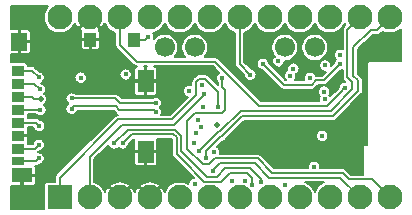
<source format=gbr>
G04 #@! TF.GenerationSoftware,KiCad,Pcbnew,5.1.5+dfsg1-2build2*
G04 #@! TF.CreationDate,2021-03-15T22:22:59+01:00*
G04 #@! TF.ProjectId,ProMicro_ESP,50726f4d-6963-4726-9f5f-4553502e6b69,v1.0*
G04 #@! TF.SameCoordinates,Original*
G04 #@! TF.FileFunction,Copper,L4,Bot*
G04 #@! TF.FilePolarity,Positive*
%FSLAX46Y46*%
G04 Gerber Fmt 4.6, Leading zero omitted, Abs format (unit mm)*
G04 Created by KiCad*
%MOMM*%
%LPD*%
G04 APERTURE LIST*
%ADD10C,1.700000*%
%ADD11R,1.100000X0.850000*%
%ADD12R,1.100000X0.750000*%
%ADD13R,1.800000X1.170000*%
%ADD14R,1.350000X1.550000*%
%ADD15R,1.000000X1.200000*%
%ADD16R,1.350000X1.900000*%
%ADD17C,2.100000*%
%ADD18R,2.100000X2.100000*%
%ADD19C,0.500000*%
%ADD20C,0.450000*%
%ADD21C,0.200000*%
G04 APERTURE END LIST*
D10*
X135890000Y-82550000D03*
X133350000Y-82550000D03*
X143510000Y-82550000D03*
X146050000Y-82550000D03*
D11*
X120915000Y-84525000D03*
D12*
X120915000Y-92175000D03*
D11*
X120915000Y-85625000D03*
X120915000Y-86725000D03*
X120915000Y-87825000D03*
X120915000Y-88925000D03*
X120915000Y-90025000D03*
X120915000Y-91125000D03*
D13*
X121265000Y-93385000D03*
D14*
X121040000Y-82065000D03*
D15*
X130765000Y-81890000D03*
X127065000Y-81890000D03*
D16*
X131740000Y-85390000D03*
X131740000Y-91360000D03*
D17*
X124460000Y-80010000D03*
X127000000Y-80010000D03*
X129540000Y-80010000D03*
X152400000Y-95250000D03*
X132080000Y-80010000D03*
X149860000Y-95250000D03*
X134620000Y-80010000D03*
X147320000Y-95250000D03*
X137160000Y-80010000D03*
X144780000Y-95250000D03*
X139700000Y-80010000D03*
X142240000Y-95250000D03*
X142240000Y-80010000D03*
X139700000Y-95250000D03*
X144780000Y-80010000D03*
X137160000Y-95250000D03*
X147320000Y-80010000D03*
X134620000Y-95250000D03*
X149860000Y-80010000D03*
X132080000Y-95250000D03*
X152400000Y-80010000D03*
X129540000Y-95250000D03*
X127000000Y-95250000D03*
D18*
X124460000Y-95250000D03*
D19*
X142875000Y-90805000D03*
D20*
X146685000Y-89090500D03*
X147193000Y-91059000D03*
X148082000Y-91186000D03*
X148971000Y-91313000D03*
X149860000Y-90805000D03*
X150368000Y-89027000D03*
X150368000Y-89662000D03*
X150368000Y-90297000D03*
X150368000Y-88392000D03*
X150368000Y-87757000D03*
X150368000Y-87122000D03*
X150368000Y-86487000D03*
X150368000Y-85852000D03*
X150368000Y-85217000D03*
X150368000Y-84582000D03*
X149987000Y-93091000D03*
X149987000Y-84074000D03*
X149987000Y-83439000D03*
X149987000Y-82804000D03*
X149860000Y-91567000D03*
X146050000Y-94234000D03*
X122682000Y-90043000D03*
X120904000Y-94615000D03*
X121793000Y-94615000D03*
X122682000Y-94615000D03*
X120904000Y-80645000D03*
X121793000Y-80645000D03*
X122682000Y-80645000D03*
X146685000Y-92329000D03*
X132969000Y-90424000D03*
X128905000Y-88138000D03*
X130048000Y-86741000D03*
X141605000Y-90805000D03*
X132842000Y-85090000D03*
X125349000Y-90678000D03*
X125349000Y-91313000D03*
X124460000Y-83566000D03*
X123571000Y-83566000D03*
X147574000Y-82804000D03*
X148590000Y-90551000D03*
X133731000Y-90424000D03*
X131318000Y-84963000D03*
X147574000Y-82042000D03*
X148209000Y-82423000D03*
X133985000Y-92583000D03*
D19*
X144145000Y-90805000D03*
D20*
X140462000Y-90805000D03*
D19*
X140970000Y-81026000D03*
X139065000Y-82550000D03*
X133731000Y-88074500D03*
D20*
X144780000Y-83693000D03*
D19*
X127508000Y-83058000D03*
D20*
X146685000Y-90043000D03*
X148209000Y-83947000D03*
X146005567Y-92656978D03*
X141656859Y-83943285D03*
X135890000Y-94107000D03*
X142984990Y-83731647D03*
X140606848Y-84854003D03*
X137504344Y-91387833D03*
X136844115Y-91930990D03*
X148607010Y-85965487D03*
X148209000Y-83185000D03*
X146939000Y-84074000D03*
X136542010Y-85761021D03*
X145669000Y-85126021D03*
X143980701Y-84945990D03*
X146909955Y-86943415D03*
X146853937Y-86293072D03*
X129032000Y-90678000D03*
X141478000Y-93980000D03*
X129794000Y-90678000D03*
X140742995Y-94207005D03*
X138229739Y-85163261D03*
X144254990Y-84345010D03*
X137428134Y-92973944D03*
X139065000Y-93853000D03*
X136271000Y-91313000D03*
X137855250Y-87591554D03*
X136715500Y-86530977D03*
X135432399Y-86250010D03*
X122826010Y-87820500D03*
X143510000Y-94234000D03*
X140159967Y-93843178D03*
X122682000Y-91948000D03*
X135805510Y-90670527D03*
X122682000Y-90805000D03*
X135976457Y-89771778D03*
X136428174Y-89246768D03*
X122730009Y-89179169D03*
X122809000Y-86106000D03*
X136142268Y-88663010D03*
X122682000Y-85090000D03*
X136634990Y-87612990D03*
X130048008Y-84836000D03*
X126238000Y-85107010D03*
X131953000Y-81661000D03*
X132588000Y-88011000D03*
X125476000Y-87757000D03*
X125476000Y-86868000D03*
X132588000Y-87266010D03*
D19*
X137795000Y-89107990D03*
X122851000Y-86931500D03*
D21*
X147984001Y-84171999D02*
X148209000Y-83947000D01*
X146812000Y-85344000D02*
X147984001Y-84171999D01*
X146194001Y-85344000D02*
X146812000Y-85344000D01*
X145813001Y-85725000D02*
X146194001Y-85344000D01*
X143438574Y-85725000D02*
X145813001Y-85725000D01*
X141656859Y-83943285D02*
X143438574Y-85725000D01*
X139700000Y-80010000D02*
X139700000Y-83947155D01*
X139700000Y-83947155D02*
X140606848Y-84854003D01*
X138224690Y-90058032D02*
X139890722Y-88392000D01*
X139890722Y-88392000D02*
X147574000Y-88392000D01*
X149334999Y-84945999D02*
X149334999Y-82512703D01*
X151350001Y-81059999D02*
X152400000Y-80010000D01*
X149733000Y-85344000D02*
X149334999Y-84945999D01*
X149334999Y-82512703D02*
X150787703Y-81059999D01*
X147574000Y-88392000D02*
X149733000Y-86233000D01*
X136844115Y-91305585D02*
X138091668Y-90058032D01*
X150787703Y-81059999D02*
X151350001Y-81059999D01*
X138091668Y-90058032D02*
X138224690Y-90058032D01*
X136844115Y-91930990D02*
X136844115Y-91305585D01*
X149733000Y-86233000D02*
X149733000Y-85344000D01*
X148382011Y-86190486D02*
X148607010Y-85965487D01*
X148382011Y-86238185D02*
X148382011Y-86190486D01*
X141351000Y-87503000D02*
X147117196Y-87503000D01*
X140843000Y-86995000D02*
X141351000Y-87503000D01*
X140838482Y-86995000D02*
X140843000Y-86995000D01*
X147117196Y-87503000D02*
X148382011Y-86238185D01*
X129540000Y-82305002D02*
X130974986Y-83739988D01*
X137583470Y-83739988D02*
X140838482Y-86995000D01*
X130974986Y-83739988D02*
X137583470Y-83739988D01*
X129540000Y-80010000D02*
X129540000Y-82305002D01*
X141478000Y-93661802D02*
X141478000Y-93980000D01*
X140584513Y-92768315D02*
X141478000Y-93661802D01*
X136933988Y-93499988D02*
X137767012Y-93499988D01*
X134766009Y-90004309D02*
X134766009Y-91332009D01*
X137767012Y-93499988D02*
X138498685Y-92768315D01*
X134766009Y-91332009D02*
X136933988Y-93499988D01*
X130211012Y-89498988D02*
X134260688Y-89498988D01*
X129032000Y-90678000D02*
X130211012Y-89498988D01*
X138498685Y-92768315D02*
X140584513Y-92768315D01*
X134260688Y-89498988D02*
X134766009Y-90004309D01*
X134366000Y-90170000D02*
X134366000Y-91567000D01*
X134094999Y-89898999D02*
X134366000Y-90170000D01*
X130573001Y-89898999D02*
X134094999Y-89898999D01*
X134366000Y-91567000D02*
X134874000Y-92075000D01*
X129794000Y-90678000D02*
X130573001Y-89898999D01*
X136698999Y-93899999D02*
X134874000Y-92075000D01*
X138129001Y-93899999D02*
X136698999Y-93899999D01*
X138860674Y-93168326D02*
X138129001Y-93899999D01*
X140312321Y-93168326D02*
X138860674Y-93168326D01*
X140742995Y-93599000D02*
X140312321Y-93168326D01*
X140742995Y-94207005D02*
X140742995Y-93599000D01*
X137652996Y-91948000D02*
X137144996Y-92456000D01*
X137144996Y-92456000D02*
X136582700Y-92456000D01*
X142457988Y-93181988D02*
X141224000Y-91948000D01*
X148971000Y-93726000D02*
X148426988Y-93181988D01*
X150876000Y-93726000D02*
X148971000Y-93726000D01*
X135255000Y-88773000D02*
X135890000Y-88138000D01*
X148426988Y-93181988D02*
X142457988Y-93181988D01*
X138176000Y-88138000D02*
X138454738Y-87859262D01*
X152400000Y-95250000D02*
X150876000Y-93726000D01*
X135890000Y-88138000D02*
X138176000Y-88138000D01*
X136582700Y-92456000D02*
X135255000Y-91128300D01*
X141224000Y-91948000D02*
X137652996Y-91948000D01*
X135255000Y-91128300D02*
X135255000Y-88773000D01*
X138229739Y-85163261D02*
X138229739Y-85905739D01*
X138454738Y-86130738D02*
X138454738Y-87859262D01*
X138229739Y-85905739D02*
X138454738Y-86130738D01*
X148191999Y-93581999D02*
X142217895Y-93581999D01*
X137653133Y-92748945D02*
X137428134Y-92973944D01*
X138033773Y-92368305D02*
X137653133Y-92748945D01*
X141004202Y-92368305D02*
X138033773Y-92368305D01*
X149860000Y-95250000D02*
X148191999Y-93581999D01*
X142217895Y-93581999D02*
X141004202Y-92368305D01*
X149860000Y-80010000D02*
X148810001Y-81059999D01*
X148810001Y-85056001D02*
X149225000Y-85471000D01*
X139814011Y-87903011D02*
X138059001Y-89658021D01*
X138059001Y-89658021D02*
X137925979Y-89658021D01*
X149225000Y-86106000D02*
X147427989Y-87903011D01*
X148810001Y-81059999D02*
X148810001Y-85056001D01*
X147427989Y-87903011D02*
X139814011Y-87903011D01*
X149225000Y-85471000D02*
X149225000Y-86106000D01*
X136495999Y-91088001D02*
X136271000Y-91313000D01*
X137925979Y-89658021D02*
X136495999Y-91088001D01*
X137855250Y-86293250D02*
X137855250Y-87273356D01*
X136779000Y-85217000D02*
X137855250Y-86293250D01*
X136271000Y-85217000D02*
X136779000Y-85217000D01*
X136017000Y-85471000D02*
X136271000Y-85217000D01*
X136017000Y-86614000D02*
X136017000Y-85471000D01*
X133985000Y-88646000D02*
X136017000Y-86614000D01*
X129413000Y-88646000D02*
X133985000Y-88646000D01*
X137855250Y-87273356D02*
X137855250Y-87591554D01*
X124460000Y-93599000D02*
X129413000Y-88646000D01*
X124460000Y-95250000D02*
X124460000Y-93599000D01*
X134147500Y-89098977D02*
X136490501Y-86755976D01*
X127000000Y-95250000D02*
X127000000Y-91821000D01*
X136490501Y-86755976D02*
X136715500Y-86530977D01*
X129722023Y-89098977D02*
X134147500Y-89098977D01*
X127000000Y-91821000D02*
X129722023Y-89098977D01*
X122821510Y-87825000D02*
X122826010Y-87820500D01*
X120915000Y-87825000D02*
X122821510Y-87825000D01*
X122455000Y-92175000D02*
X122682000Y-91948000D01*
X120915000Y-92175000D02*
X122455000Y-92175000D01*
X122362000Y-91125000D02*
X122682000Y-90805000D01*
X120915000Y-91125000D02*
X122362000Y-91125000D01*
X120915000Y-88925000D02*
X122475840Y-88925000D01*
X122475840Y-88925000D02*
X122730009Y-89179169D01*
X122328000Y-85625000D02*
X122809000Y-86106000D01*
X120915000Y-85625000D02*
X122328000Y-85625000D01*
X122117000Y-84525000D02*
X122682000Y-85090000D01*
X120915000Y-84525000D02*
X122117000Y-84525000D01*
X131724000Y-81890000D02*
X131953000Y-81661000D01*
X130765000Y-81890000D02*
X131724000Y-81890000D01*
X125695500Y-87537500D02*
X125476000Y-87757000D01*
X129193500Y-87537500D02*
X125695500Y-87537500D01*
X129511000Y-87855000D02*
X129193500Y-87537500D01*
X132432000Y-87855000D02*
X129511000Y-87855000D01*
X132588000Y-88011000D02*
X132432000Y-87855000D01*
X132269802Y-87266010D02*
X132588000Y-87266010D01*
X129159000Y-86868000D02*
X129557010Y-87266010D01*
X125476000Y-86868000D02*
X129159000Y-86868000D01*
X129557010Y-87266010D02*
X132269802Y-87266010D01*
X122851000Y-86931500D02*
X122301000Y-86931500D01*
X122094500Y-86725000D02*
X120915000Y-86725000D01*
X122301000Y-86931500D02*
X122094500Y-86725000D01*
G36*
X123411387Y-79149425D02*
G01*
X123263646Y-79370535D01*
X123161880Y-79616220D01*
X123110000Y-79877037D01*
X123110000Y-80142963D01*
X123161880Y-80403780D01*
X123263646Y-80649465D01*
X123411387Y-80870575D01*
X123599425Y-81058613D01*
X123820535Y-81206354D01*
X124066220Y-81308120D01*
X124327037Y-81360000D01*
X124592963Y-81360000D01*
X124853780Y-81308120D01*
X125099465Y-81206354D01*
X125320575Y-81058613D01*
X125428343Y-80950845D01*
X126129866Y-80950845D01*
X126243644Y-81136101D01*
X126292931Y-81162598D01*
X126286495Y-81174639D01*
X126269340Y-81231190D01*
X126263548Y-81290000D01*
X126265000Y-81765000D01*
X126340000Y-81840000D01*
X127015000Y-81840000D01*
X127015000Y-81820000D01*
X127115000Y-81820000D01*
X127115000Y-81840000D01*
X127790000Y-81840000D01*
X127865000Y-81765000D01*
X127866452Y-81290000D01*
X127860660Y-81231190D01*
X127843505Y-81174639D01*
X127815648Y-81122522D01*
X127786505Y-81087011D01*
X127870134Y-80950845D01*
X127000000Y-80080711D01*
X126129866Y-80950845D01*
X125428343Y-80950845D01*
X125508613Y-80870575D01*
X125656354Y-80649465D01*
X125729486Y-80472909D01*
X125745485Y-80526110D01*
X125870279Y-80760937D01*
X125873899Y-80766356D01*
X126059155Y-80880134D01*
X126929289Y-80010000D01*
X126915147Y-79995858D01*
X126985858Y-79925147D01*
X127000000Y-79939289D01*
X127014142Y-79925147D01*
X127084853Y-79995858D01*
X127070711Y-80010000D01*
X127940845Y-80880134D01*
X128126101Y-80766356D01*
X128252021Y-80532131D01*
X128270300Y-80472391D01*
X128343646Y-80649465D01*
X128491387Y-80870575D01*
X128679425Y-81058613D01*
X128900535Y-81206354D01*
X129140001Y-81305544D01*
X129140001Y-82285346D01*
X129138065Y-82305002D01*
X129145788Y-82383415D01*
X129168661Y-82458816D01*
X129205803Y-82528304D01*
X129243265Y-82573952D01*
X129243268Y-82573955D01*
X129255790Y-82589213D01*
X129271048Y-82601735D01*
X130678249Y-84008936D01*
X130690775Y-84024199D01*
X130751683Y-84074185D01*
X130821172Y-84111328D01*
X130896572Y-84134200D01*
X130940719Y-84138548D01*
X130974986Y-84141923D01*
X130994633Y-84139988D01*
X131050379Y-84139988D01*
X131006190Y-84144340D01*
X130949639Y-84161495D01*
X130897522Y-84189352D01*
X130851841Y-84226841D01*
X130814352Y-84272522D01*
X130786495Y-84324639D01*
X130769340Y-84381190D01*
X130763548Y-84440000D01*
X130765000Y-85265000D01*
X130840000Y-85340000D01*
X131690000Y-85340000D01*
X131690000Y-84215000D01*
X131615000Y-84140000D01*
X131610455Y-84139988D01*
X131869545Y-84139988D01*
X131865000Y-84140000D01*
X131790000Y-84215000D01*
X131790000Y-85340000D01*
X132640000Y-85340000D01*
X132715000Y-85265000D01*
X132716452Y-84440000D01*
X132710660Y-84381190D01*
X132693505Y-84324639D01*
X132665648Y-84272522D01*
X132628159Y-84226841D01*
X132582478Y-84189352D01*
X132530361Y-84161495D01*
X132473810Y-84144340D01*
X132429621Y-84139988D01*
X137417785Y-84139988D01*
X137977911Y-84700115D01*
X137895071Y-84755467D01*
X137821945Y-84828593D01*
X137764490Y-84914580D01*
X137724915Y-85010124D01*
X137704739Y-85111553D01*
X137704739Y-85214969D01*
X137724915Y-85316398D01*
X137764490Y-85411942D01*
X137821945Y-85497929D01*
X137829739Y-85505723D01*
X137829740Y-85702055D01*
X137075737Y-84948052D01*
X137063211Y-84932789D01*
X137002303Y-84882803D01*
X136932814Y-84845660D01*
X136857414Y-84822788D01*
X136798647Y-84817000D01*
X136798646Y-84817000D01*
X136779000Y-84815065D01*
X136759354Y-84817000D01*
X136290635Y-84817000D01*
X136270999Y-84815066D01*
X136251363Y-84817000D01*
X136251353Y-84817000D01*
X136192586Y-84822788D01*
X136117186Y-84845660D01*
X136047697Y-84882803D01*
X135986789Y-84932789D01*
X135974263Y-84948052D01*
X135748048Y-85174267D01*
X135732790Y-85186789D01*
X135720268Y-85202047D01*
X135720265Y-85202050D01*
X135682803Y-85247698D01*
X135645661Y-85317186D01*
X135622788Y-85392587D01*
X135615065Y-85471000D01*
X135617001Y-85490656D01*
X135617001Y-85758219D01*
X135585536Y-85745186D01*
X135484107Y-85725010D01*
X135380691Y-85725010D01*
X135279262Y-85745186D01*
X135183718Y-85784761D01*
X135097731Y-85842216D01*
X135024605Y-85915342D01*
X134967150Y-86001329D01*
X134927575Y-86096873D01*
X134907399Y-86198302D01*
X134907399Y-86301718D01*
X134927575Y-86403147D01*
X134967150Y-86498691D01*
X135024605Y-86584678D01*
X135097731Y-86657804D01*
X135183718Y-86715259D01*
X135279262Y-86754834D01*
X135305301Y-86760014D01*
X133819315Y-88246000D01*
X133058916Y-88246000D01*
X133092824Y-88164137D01*
X133113000Y-88062708D01*
X133113000Y-87959292D01*
X133092824Y-87857863D01*
X133053249Y-87762319D01*
X132995794Y-87676332D01*
X132957967Y-87638505D01*
X132995794Y-87600678D01*
X133053249Y-87514691D01*
X133092824Y-87419147D01*
X133113000Y-87317718D01*
X133113000Y-87214302D01*
X133092824Y-87112873D01*
X133053249Y-87017329D01*
X132995794Y-86931342D01*
X132922668Y-86858216D01*
X132836681Y-86800761D01*
X132741137Y-86761186D01*
X132639708Y-86741010D01*
X132536292Y-86741010D01*
X132434863Y-86761186D01*
X132339319Y-86800761D01*
X132253332Y-86858216D01*
X132245538Y-86866010D01*
X129722696Y-86866010D01*
X129455737Y-86599052D01*
X129443211Y-86583789D01*
X129382303Y-86533803D01*
X129312814Y-86496660D01*
X129237414Y-86473788D01*
X129178647Y-86468000D01*
X129178646Y-86468000D01*
X129159000Y-86466065D01*
X129139354Y-86468000D01*
X125818462Y-86468000D01*
X125810668Y-86460206D01*
X125724681Y-86402751D01*
X125629137Y-86363176D01*
X125527708Y-86343000D01*
X125424292Y-86343000D01*
X125322863Y-86363176D01*
X125227319Y-86402751D01*
X125141332Y-86460206D01*
X125068206Y-86533332D01*
X125010751Y-86619319D01*
X124971176Y-86714863D01*
X124951000Y-86816292D01*
X124951000Y-86919708D01*
X124971176Y-87021137D01*
X125010751Y-87116681D01*
X125068206Y-87202668D01*
X125141332Y-87275794D01*
X125196266Y-87312500D01*
X125141332Y-87349206D01*
X125068206Y-87422332D01*
X125010751Y-87508319D01*
X124971176Y-87603863D01*
X124951000Y-87705292D01*
X124951000Y-87808708D01*
X124971176Y-87910137D01*
X125010751Y-88005681D01*
X125068206Y-88091668D01*
X125141332Y-88164794D01*
X125227319Y-88222249D01*
X125322863Y-88261824D01*
X125424292Y-88282000D01*
X125527708Y-88282000D01*
X125629137Y-88261824D01*
X125724681Y-88222249D01*
X125810668Y-88164794D01*
X125883794Y-88091668D01*
X125941249Y-88005681D01*
X125969490Y-87937500D01*
X129027815Y-87937500D01*
X129214267Y-88123953D01*
X129226789Y-88139211D01*
X129242047Y-88151733D01*
X129242049Y-88151735D01*
X129287697Y-88189197D01*
X129357186Y-88226340D01*
X129416877Y-88244447D01*
X129413000Y-88244065D01*
X129334586Y-88251788D01*
X129259186Y-88274660D01*
X129189697Y-88311803D01*
X129144049Y-88349265D01*
X129144047Y-88349267D01*
X129128789Y-88361789D01*
X129116267Y-88377047D01*
X124191048Y-93302267D01*
X124175790Y-93314789D01*
X124163268Y-93330047D01*
X124163265Y-93330050D01*
X124125803Y-93375698D01*
X124088661Y-93445186D01*
X124065788Y-93520587D01*
X124058065Y-93599000D01*
X124060001Y-93618656D01*
X124060001Y-93898549D01*
X123410000Y-93898549D01*
X123351190Y-93904341D01*
X123294640Y-93921496D01*
X123242523Y-93949353D01*
X123196842Y-93986842D01*
X123159353Y-94032523D01*
X123131496Y-94084640D01*
X123114341Y-94141190D01*
X123108549Y-94200000D01*
X123108549Y-96195000D01*
X120340000Y-96195000D01*
X120340000Y-94268990D01*
X120365000Y-94271452D01*
X121140000Y-94270000D01*
X121215000Y-94195000D01*
X121215000Y-93435000D01*
X121315000Y-93435000D01*
X121315000Y-94195000D01*
X121390000Y-94270000D01*
X122165000Y-94271452D01*
X122223810Y-94265660D01*
X122280361Y-94248505D01*
X122332478Y-94220648D01*
X122378159Y-94183159D01*
X122415648Y-94137478D01*
X122443505Y-94085361D01*
X122460660Y-94028810D01*
X122466452Y-93970000D01*
X122465000Y-93510000D01*
X122390000Y-93435000D01*
X121315000Y-93435000D01*
X121215000Y-93435000D01*
X121195000Y-93435000D01*
X121195000Y-93335000D01*
X121215000Y-93335000D01*
X121215000Y-93315000D01*
X121315000Y-93315000D01*
X121315000Y-93335000D01*
X122390000Y-93335000D01*
X122465000Y-93260000D01*
X122466452Y-92800000D01*
X122460660Y-92741190D01*
X122443505Y-92684639D01*
X122415648Y-92632522D01*
X122378159Y-92586841D01*
X122363731Y-92575000D01*
X122435354Y-92575000D01*
X122455000Y-92576935D01*
X122474646Y-92575000D01*
X122474647Y-92575000D01*
X122533414Y-92569212D01*
X122608814Y-92546340D01*
X122678303Y-92509197D01*
X122722409Y-92473000D01*
X122733708Y-92473000D01*
X122835137Y-92452824D01*
X122930681Y-92413249D01*
X123016668Y-92355794D01*
X123089794Y-92282668D01*
X123147249Y-92196681D01*
X123186824Y-92101137D01*
X123207000Y-91999708D01*
X123207000Y-91896292D01*
X123186824Y-91794863D01*
X123147249Y-91699319D01*
X123089794Y-91613332D01*
X123016668Y-91540206D01*
X122930681Y-91482751D01*
X122835137Y-91443176D01*
X122733708Y-91423000D01*
X122630292Y-91423000D01*
X122629127Y-91423232D01*
X122646211Y-91409211D01*
X122658737Y-91393948D01*
X122722685Y-91330000D01*
X122733708Y-91330000D01*
X122835137Y-91309824D01*
X122930681Y-91270249D01*
X123016668Y-91212794D01*
X123089794Y-91139668D01*
X123147249Y-91053681D01*
X123186824Y-90958137D01*
X123207000Y-90856708D01*
X123207000Y-90753292D01*
X123186824Y-90651863D01*
X123147249Y-90556319D01*
X123089794Y-90470332D01*
X123016668Y-90397206D01*
X122930681Y-90339751D01*
X122835137Y-90300176D01*
X122733708Y-90280000D01*
X122630292Y-90280000D01*
X122528863Y-90300176D01*
X122433319Y-90339751D01*
X122347332Y-90397206D01*
X122274206Y-90470332D01*
X122216751Y-90556319D01*
X122177176Y-90651863D01*
X122162628Y-90725000D01*
X121766451Y-90725000D01*
X121766451Y-90700000D01*
X121760659Y-90641190D01*
X121743504Y-90584640D01*
X121738352Y-90575001D01*
X121743505Y-90565361D01*
X121760660Y-90508810D01*
X121766452Y-90450000D01*
X121765000Y-90150000D01*
X121690000Y-90075000D01*
X120965000Y-90075000D01*
X120965000Y-90095000D01*
X120865000Y-90095000D01*
X120865000Y-90075000D01*
X120845000Y-90075000D01*
X120845000Y-89975000D01*
X120865000Y-89975000D01*
X120865000Y-89955000D01*
X120965000Y-89955000D01*
X120965000Y-89975000D01*
X121690000Y-89975000D01*
X121765000Y-89900000D01*
X121766452Y-89600000D01*
X121760660Y-89541190D01*
X121743505Y-89484639D01*
X121738352Y-89474999D01*
X121743504Y-89465360D01*
X121760659Y-89408810D01*
X121766451Y-89350000D01*
X121766451Y-89325000D01*
X122223732Y-89325000D01*
X122225185Y-89332306D01*
X122264760Y-89427850D01*
X122322215Y-89513837D01*
X122395341Y-89586963D01*
X122481328Y-89644418D01*
X122576872Y-89683993D01*
X122678301Y-89704169D01*
X122781717Y-89704169D01*
X122883146Y-89683993D01*
X122978690Y-89644418D01*
X123064677Y-89586963D01*
X123137803Y-89513837D01*
X123195258Y-89427850D01*
X123234833Y-89332306D01*
X123255009Y-89230877D01*
X123255009Y-89127461D01*
X123234833Y-89026032D01*
X123195258Y-88930488D01*
X123137803Y-88844501D01*
X123064677Y-88771375D01*
X122978690Y-88713920D01*
X122883146Y-88674345D01*
X122781717Y-88654169D01*
X122771032Y-88654169D01*
X122760051Y-88640789D01*
X122699143Y-88590803D01*
X122629654Y-88553660D01*
X122554254Y-88530788D01*
X122495487Y-88525000D01*
X122495486Y-88525000D01*
X122475840Y-88523065D01*
X122456194Y-88525000D01*
X121766451Y-88525000D01*
X121766451Y-88500000D01*
X121760659Y-88441190D01*
X121743504Y-88384640D01*
X121738351Y-88375000D01*
X121743504Y-88365360D01*
X121760659Y-88308810D01*
X121766451Y-88250000D01*
X121766451Y-88225000D01*
X122488048Y-88225000D01*
X122491342Y-88228294D01*
X122577329Y-88285749D01*
X122672873Y-88325324D01*
X122774302Y-88345500D01*
X122877718Y-88345500D01*
X122979147Y-88325324D01*
X123074691Y-88285749D01*
X123160678Y-88228294D01*
X123233804Y-88155168D01*
X123291259Y-88069181D01*
X123330834Y-87973637D01*
X123351010Y-87872208D01*
X123351010Y-87768792D01*
X123330834Y-87667363D01*
X123291259Y-87571819D01*
X123233804Y-87485832D01*
X123160678Y-87412706D01*
X123140738Y-87399382D01*
X123201604Y-87358713D01*
X123278213Y-87282104D01*
X123338403Y-87192023D01*
X123379864Y-87091929D01*
X123401000Y-86985670D01*
X123401000Y-86877330D01*
X123379864Y-86771071D01*
X123338403Y-86670977D01*
X123278213Y-86580896D01*
X123201604Y-86504287D01*
X123172573Y-86484889D01*
X123216794Y-86440668D01*
X123274249Y-86354681D01*
X123280329Y-86340000D01*
X130763548Y-86340000D01*
X130769340Y-86398810D01*
X130786495Y-86455361D01*
X130814352Y-86507478D01*
X130851841Y-86553159D01*
X130897522Y-86590648D01*
X130949639Y-86618505D01*
X131006190Y-86635660D01*
X131065000Y-86641452D01*
X131615000Y-86640000D01*
X131690000Y-86565000D01*
X131690000Y-85440000D01*
X131790000Y-85440000D01*
X131790000Y-86565000D01*
X131865000Y-86640000D01*
X132415000Y-86641452D01*
X132473810Y-86635660D01*
X132530361Y-86618505D01*
X132582478Y-86590648D01*
X132628159Y-86553159D01*
X132665648Y-86507478D01*
X132693505Y-86455361D01*
X132710660Y-86398810D01*
X132716452Y-86340000D01*
X132715000Y-85515000D01*
X132640000Y-85440000D01*
X131790000Y-85440000D01*
X131690000Y-85440000D01*
X130840000Y-85440000D01*
X130765000Y-85515000D01*
X130763548Y-86340000D01*
X123280329Y-86340000D01*
X123313824Y-86259137D01*
X123334000Y-86157708D01*
X123334000Y-86054292D01*
X123313824Y-85952863D01*
X123274249Y-85857319D01*
X123216794Y-85771332D01*
X123143668Y-85698206D01*
X123057681Y-85640751D01*
X122962137Y-85601176D01*
X122865980Y-85582049D01*
X122930681Y-85555249D01*
X123016668Y-85497794D01*
X123089794Y-85424668D01*
X123147249Y-85338681D01*
X123186824Y-85243137D01*
X123207000Y-85141708D01*
X123207000Y-85055302D01*
X125713000Y-85055302D01*
X125713000Y-85158718D01*
X125733176Y-85260147D01*
X125772751Y-85355691D01*
X125830206Y-85441678D01*
X125903332Y-85514804D01*
X125989319Y-85572259D01*
X126084863Y-85611834D01*
X126186292Y-85632010D01*
X126289708Y-85632010D01*
X126391137Y-85611834D01*
X126486681Y-85572259D01*
X126572668Y-85514804D01*
X126645794Y-85441678D01*
X126703249Y-85355691D01*
X126742824Y-85260147D01*
X126763000Y-85158718D01*
X126763000Y-85055302D01*
X126742824Y-84953873D01*
X126703249Y-84858329D01*
X126653779Y-84784292D01*
X129523008Y-84784292D01*
X129523008Y-84887708D01*
X129543184Y-84989137D01*
X129582759Y-85084681D01*
X129640214Y-85170668D01*
X129713340Y-85243794D01*
X129799327Y-85301249D01*
X129894871Y-85340824D01*
X129996300Y-85361000D01*
X130099716Y-85361000D01*
X130201145Y-85340824D01*
X130296689Y-85301249D01*
X130382676Y-85243794D01*
X130455802Y-85170668D01*
X130513257Y-85084681D01*
X130552832Y-84989137D01*
X130573008Y-84887708D01*
X130573008Y-84784292D01*
X130552832Y-84682863D01*
X130513257Y-84587319D01*
X130455802Y-84501332D01*
X130382676Y-84428206D01*
X130296689Y-84370751D01*
X130201145Y-84331176D01*
X130099716Y-84311000D01*
X129996300Y-84311000D01*
X129894871Y-84331176D01*
X129799327Y-84370751D01*
X129713340Y-84428206D01*
X129640214Y-84501332D01*
X129582759Y-84587319D01*
X129543184Y-84682863D01*
X129523008Y-84784292D01*
X126653779Y-84784292D01*
X126645794Y-84772342D01*
X126572668Y-84699216D01*
X126486681Y-84641761D01*
X126391137Y-84602186D01*
X126289708Y-84582010D01*
X126186292Y-84582010D01*
X126084863Y-84602186D01*
X125989319Y-84641761D01*
X125903332Y-84699216D01*
X125830206Y-84772342D01*
X125772751Y-84858329D01*
X125733176Y-84953873D01*
X125713000Y-85055302D01*
X123207000Y-85055302D01*
X123207000Y-85038292D01*
X123186824Y-84936863D01*
X123147249Y-84841319D01*
X123089794Y-84755332D01*
X123016668Y-84682206D01*
X122930681Y-84624751D01*
X122835137Y-84585176D01*
X122733708Y-84565000D01*
X122722685Y-84565000D01*
X122413737Y-84256052D01*
X122401211Y-84240789D01*
X122340303Y-84190803D01*
X122270814Y-84153660D01*
X122195414Y-84130788D01*
X122136647Y-84125000D01*
X122136646Y-84125000D01*
X122117000Y-84123065D01*
X122097354Y-84125000D01*
X121766451Y-84125000D01*
X121766451Y-84100000D01*
X121760659Y-84041190D01*
X121743504Y-83984640D01*
X121715647Y-83932523D01*
X121678158Y-83886842D01*
X121632477Y-83849353D01*
X121580360Y-83821496D01*
X121523810Y-83804341D01*
X121465000Y-83798549D01*
X120365000Y-83798549D01*
X120340000Y-83801011D01*
X120340000Y-83138990D01*
X120365000Y-83141452D01*
X120915000Y-83140000D01*
X120990000Y-83065000D01*
X120990000Y-82115000D01*
X121090000Y-82115000D01*
X121090000Y-83065000D01*
X121165000Y-83140000D01*
X121715000Y-83141452D01*
X121773810Y-83135660D01*
X121830361Y-83118505D01*
X121882478Y-83090648D01*
X121928159Y-83053159D01*
X121965648Y-83007478D01*
X121993505Y-82955361D01*
X122010660Y-82898810D01*
X122016452Y-82840000D01*
X122015671Y-82490000D01*
X126263548Y-82490000D01*
X126269340Y-82548810D01*
X126286495Y-82605361D01*
X126314352Y-82657478D01*
X126351841Y-82703159D01*
X126397522Y-82740648D01*
X126449639Y-82768505D01*
X126506190Y-82785660D01*
X126565000Y-82791452D01*
X126940000Y-82790000D01*
X127015000Y-82715000D01*
X127015000Y-81940000D01*
X127115000Y-81940000D01*
X127115000Y-82715000D01*
X127190000Y-82790000D01*
X127565000Y-82791452D01*
X127623810Y-82785660D01*
X127680361Y-82768505D01*
X127732478Y-82740648D01*
X127778159Y-82703159D01*
X127815648Y-82657478D01*
X127843505Y-82605361D01*
X127860660Y-82548810D01*
X127866452Y-82490000D01*
X127865000Y-82015000D01*
X127790000Y-81940000D01*
X127115000Y-81940000D01*
X127015000Y-81940000D01*
X126340000Y-81940000D01*
X126265000Y-82015000D01*
X126263548Y-82490000D01*
X122015671Y-82490000D01*
X122015000Y-82190000D01*
X121940000Y-82115000D01*
X121090000Y-82115000D01*
X120990000Y-82115000D01*
X120970000Y-82115000D01*
X120970000Y-82015000D01*
X120990000Y-82015000D01*
X120990000Y-81065000D01*
X121090000Y-81065000D01*
X121090000Y-82015000D01*
X121940000Y-82015000D01*
X122015000Y-81940000D01*
X122016452Y-81290000D01*
X122010660Y-81231190D01*
X121993505Y-81174639D01*
X121965648Y-81122522D01*
X121928159Y-81076841D01*
X121882478Y-81039352D01*
X121830361Y-81011495D01*
X121773810Y-80994340D01*
X121715000Y-80988548D01*
X121165000Y-80990000D01*
X121090000Y-81065000D01*
X120990000Y-81065000D01*
X120915000Y-80990000D01*
X120365000Y-80988548D01*
X120340000Y-80991010D01*
X120340000Y-79065000D01*
X123495812Y-79065000D01*
X123411387Y-79149425D01*
G37*
X123411387Y-79149425D02*
X123263646Y-79370535D01*
X123161880Y-79616220D01*
X123110000Y-79877037D01*
X123110000Y-80142963D01*
X123161880Y-80403780D01*
X123263646Y-80649465D01*
X123411387Y-80870575D01*
X123599425Y-81058613D01*
X123820535Y-81206354D01*
X124066220Y-81308120D01*
X124327037Y-81360000D01*
X124592963Y-81360000D01*
X124853780Y-81308120D01*
X125099465Y-81206354D01*
X125320575Y-81058613D01*
X125428343Y-80950845D01*
X126129866Y-80950845D01*
X126243644Y-81136101D01*
X126292931Y-81162598D01*
X126286495Y-81174639D01*
X126269340Y-81231190D01*
X126263548Y-81290000D01*
X126265000Y-81765000D01*
X126340000Y-81840000D01*
X127015000Y-81840000D01*
X127015000Y-81820000D01*
X127115000Y-81820000D01*
X127115000Y-81840000D01*
X127790000Y-81840000D01*
X127865000Y-81765000D01*
X127866452Y-81290000D01*
X127860660Y-81231190D01*
X127843505Y-81174639D01*
X127815648Y-81122522D01*
X127786505Y-81087011D01*
X127870134Y-80950845D01*
X127000000Y-80080711D01*
X126129866Y-80950845D01*
X125428343Y-80950845D01*
X125508613Y-80870575D01*
X125656354Y-80649465D01*
X125729486Y-80472909D01*
X125745485Y-80526110D01*
X125870279Y-80760937D01*
X125873899Y-80766356D01*
X126059155Y-80880134D01*
X126929289Y-80010000D01*
X126915147Y-79995858D01*
X126985858Y-79925147D01*
X127000000Y-79939289D01*
X127014142Y-79925147D01*
X127084853Y-79995858D01*
X127070711Y-80010000D01*
X127940845Y-80880134D01*
X128126101Y-80766356D01*
X128252021Y-80532131D01*
X128270300Y-80472391D01*
X128343646Y-80649465D01*
X128491387Y-80870575D01*
X128679425Y-81058613D01*
X128900535Y-81206354D01*
X129140001Y-81305544D01*
X129140001Y-82285346D01*
X129138065Y-82305002D01*
X129145788Y-82383415D01*
X129168661Y-82458816D01*
X129205803Y-82528304D01*
X129243265Y-82573952D01*
X129243268Y-82573955D01*
X129255790Y-82589213D01*
X129271048Y-82601735D01*
X130678249Y-84008936D01*
X130690775Y-84024199D01*
X130751683Y-84074185D01*
X130821172Y-84111328D01*
X130896572Y-84134200D01*
X130940719Y-84138548D01*
X130974986Y-84141923D01*
X130994633Y-84139988D01*
X131050379Y-84139988D01*
X131006190Y-84144340D01*
X130949639Y-84161495D01*
X130897522Y-84189352D01*
X130851841Y-84226841D01*
X130814352Y-84272522D01*
X130786495Y-84324639D01*
X130769340Y-84381190D01*
X130763548Y-84440000D01*
X130765000Y-85265000D01*
X130840000Y-85340000D01*
X131690000Y-85340000D01*
X131690000Y-84215000D01*
X131615000Y-84140000D01*
X131610455Y-84139988D01*
X131869545Y-84139988D01*
X131865000Y-84140000D01*
X131790000Y-84215000D01*
X131790000Y-85340000D01*
X132640000Y-85340000D01*
X132715000Y-85265000D01*
X132716452Y-84440000D01*
X132710660Y-84381190D01*
X132693505Y-84324639D01*
X132665648Y-84272522D01*
X132628159Y-84226841D01*
X132582478Y-84189352D01*
X132530361Y-84161495D01*
X132473810Y-84144340D01*
X132429621Y-84139988D01*
X137417785Y-84139988D01*
X137977911Y-84700115D01*
X137895071Y-84755467D01*
X137821945Y-84828593D01*
X137764490Y-84914580D01*
X137724915Y-85010124D01*
X137704739Y-85111553D01*
X137704739Y-85214969D01*
X137724915Y-85316398D01*
X137764490Y-85411942D01*
X137821945Y-85497929D01*
X137829739Y-85505723D01*
X137829740Y-85702055D01*
X137075737Y-84948052D01*
X137063211Y-84932789D01*
X137002303Y-84882803D01*
X136932814Y-84845660D01*
X136857414Y-84822788D01*
X136798647Y-84817000D01*
X136798646Y-84817000D01*
X136779000Y-84815065D01*
X136759354Y-84817000D01*
X136290635Y-84817000D01*
X136270999Y-84815066D01*
X136251363Y-84817000D01*
X136251353Y-84817000D01*
X136192586Y-84822788D01*
X136117186Y-84845660D01*
X136047697Y-84882803D01*
X135986789Y-84932789D01*
X135974263Y-84948052D01*
X135748048Y-85174267D01*
X135732790Y-85186789D01*
X135720268Y-85202047D01*
X135720265Y-85202050D01*
X135682803Y-85247698D01*
X135645661Y-85317186D01*
X135622788Y-85392587D01*
X135615065Y-85471000D01*
X135617001Y-85490656D01*
X135617001Y-85758219D01*
X135585536Y-85745186D01*
X135484107Y-85725010D01*
X135380691Y-85725010D01*
X135279262Y-85745186D01*
X135183718Y-85784761D01*
X135097731Y-85842216D01*
X135024605Y-85915342D01*
X134967150Y-86001329D01*
X134927575Y-86096873D01*
X134907399Y-86198302D01*
X134907399Y-86301718D01*
X134927575Y-86403147D01*
X134967150Y-86498691D01*
X135024605Y-86584678D01*
X135097731Y-86657804D01*
X135183718Y-86715259D01*
X135279262Y-86754834D01*
X135305301Y-86760014D01*
X133819315Y-88246000D01*
X133058916Y-88246000D01*
X133092824Y-88164137D01*
X133113000Y-88062708D01*
X133113000Y-87959292D01*
X133092824Y-87857863D01*
X133053249Y-87762319D01*
X132995794Y-87676332D01*
X132957967Y-87638505D01*
X132995794Y-87600678D01*
X133053249Y-87514691D01*
X133092824Y-87419147D01*
X133113000Y-87317718D01*
X133113000Y-87214302D01*
X133092824Y-87112873D01*
X133053249Y-87017329D01*
X132995794Y-86931342D01*
X132922668Y-86858216D01*
X132836681Y-86800761D01*
X132741137Y-86761186D01*
X132639708Y-86741010D01*
X132536292Y-86741010D01*
X132434863Y-86761186D01*
X132339319Y-86800761D01*
X132253332Y-86858216D01*
X132245538Y-86866010D01*
X129722696Y-86866010D01*
X129455737Y-86599052D01*
X129443211Y-86583789D01*
X129382303Y-86533803D01*
X129312814Y-86496660D01*
X129237414Y-86473788D01*
X129178647Y-86468000D01*
X129178646Y-86468000D01*
X129159000Y-86466065D01*
X129139354Y-86468000D01*
X125818462Y-86468000D01*
X125810668Y-86460206D01*
X125724681Y-86402751D01*
X125629137Y-86363176D01*
X125527708Y-86343000D01*
X125424292Y-86343000D01*
X125322863Y-86363176D01*
X125227319Y-86402751D01*
X125141332Y-86460206D01*
X125068206Y-86533332D01*
X125010751Y-86619319D01*
X124971176Y-86714863D01*
X124951000Y-86816292D01*
X124951000Y-86919708D01*
X124971176Y-87021137D01*
X125010751Y-87116681D01*
X125068206Y-87202668D01*
X125141332Y-87275794D01*
X125196266Y-87312500D01*
X125141332Y-87349206D01*
X125068206Y-87422332D01*
X125010751Y-87508319D01*
X124971176Y-87603863D01*
X124951000Y-87705292D01*
X124951000Y-87808708D01*
X124971176Y-87910137D01*
X125010751Y-88005681D01*
X125068206Y-88091668D01*
X125141332Y-88164794D01*
X125227319Y-88222249D01*
X125322863Y-88261824D01*
X125424292Y-88282000D01*
X125527708Y-88282000D01*
X125629137Y-88261824D01*
X125724681Y-88222249D01*
X125810668Y-88164794D01*
X125883794Y-88091668D01*
X125941249Y-88005681D01*
X125969490Y-87937500D01*
X129027815Y-87937500D01*
X129214267Y-88123953D01*
X129226789Y-88139211D01*
X129242047Y-88151733D01*
X129242049Y-88151735D01*
X129287697Y-88189197D01*
X129357186Y-88226340D01*
X129416877Y-88244447D01*
X129413000Y-88244065D01*
X129334586Y-88251788D01*
X129259186Y-88274660D01*
X129189697Y-88311803D01*
X129144049Y-88349265D01*
X129144047Y-88349267D01*
X129128789Y-88361789D01*
X129116267Y-88377047D01*
X124191048Y-93302267D01*
X124175790Y-93314789D01*
X124163268Y-93330047D01*
X124163265Y-93330050D01*
X124125803Y-93375698D01*
X124088661Y-93445186D01*
X124065788Y-93520587D01*
X124058065Y-93599000D01*
X124060001Y-93618656D01*
X124060001Y-93898549D01*
X123410000Y-93898549D01*
X123351190Y-93904341D01*
X123294640Y-93921496D01*
X123242523Y-93949353D01*
X123196842Y-93986842D01*
X123159353Y-94032523D01*
X123131496Y-94084640D01*
X123114341Y-94141190D01*
X123108549Y-94200000D01*
X123108549Y-96195000D01*
X120340000Y-96195000D01*
X120340000Y-94268990D01*
X120365000Y-94271452D01*
X121140000Y-94270000D01*
X121215000Y-94195000D01*
X121215000Y-93435000D01*
X121315000Y-93435000D01*
X121315000Y-94195000D01*
X121390000Y-94270000D01*
X122165000Y-94271452D01*
X122223810Y-94265660D01*
X122280361Y-94248505D01*
X122332478Y-94220648D01*
X122378159Y-94183159D01*
X122415648Y-94137478D01*
X122443505Y-94085361D01*
X122460660Y-94028810D01*
X122466452Y-93970000D01*
X122465000Y-93510000D01*
X122390000Y-93435000D01*
X121315000Y-93435000D01*
X121215000Y-93435000D01*
X121195000Y-93435000D01*
X121195000Y-93335000D01*
X121215000Y-93335000D01*
X121215000Y-93315000D01*
X121315000Y-93315000D01*
X121315000Y-93335000D01*
X122390000Y-93335000D01*
X122465000Y-93260000D01*
X122466452Y-92800000D01*
X122460660Y-92741190D01*
X122443505Y-92684639D01*
X122415648Y-92632522D01*
X122378159Y-92586841D01*
X122363731Y-92575000D01*
X122435354Y-92575000D01*
X122455000Y-92576935D01*
X122474646Y-92575000D01*
X122474647Y-92575000D01*
X122533414Y-92569212D01*
X122608814Y-92546340D01*
X122678303Y-92509197D01*
X122722409Y-92473000D01*
X122733708Y-92473000D01*
X122835137Y-92452824D01*
X122930681Y-92413249D01*
X123016668Y-92355794D01*
X123089794Y-92282668D01*
X123147249Y-92196681D01*
X123186824Y-92101137D01*
X123207000Y-91999708D01*
X123207000Y-91896292D01*
X123186824Y-91794863D01*
X123147249Y-91699319D01*
X123089794Y-91613332D01*
X123016668Y-91540206D01*
X122930681Y-91482751D01*
X122835137Y-91443176D01*
X122733708Y-91423000D01*
X122630292Y-91423000D01*
X122629127Y-91423232D01*
X122646211Y-91409211D01*
X122658737Y-91393948D01*
X122722685Y-91330000D01*
X122733708Y-91330000D01*
X122835137Y-91309824D01*
X122930681Y-91270249D01*
X123016668Y-91212794D01*
X123089794Y-91139668D01*
X123147249Y-91053681D01*
X123186824Y-90958137D01*
X123207000Y-90856708D01*
X123207000Y-90753292D01*
X123186824Y-90651863D01*
X123147249Y-90556319D01*
X123089794Y-90470332D01*
X123016668Y-90397206D01*
X122930681Y-90339751D01*
X122835137Y-90300176D01*
X122733708Y-90280000D01*
X122630292Y-90280000D01*
X122528863Y-90300176D01*
X122433319Y-90339751D01*
X122347332Y-90397206D01*
X122274206Y-90470332D01*
X122216751Y-90556319D01*
X122177176Y-90651863D01*
X122162628Y-90725000D01*
X121766451Y-90725000D01*
X121766451Y-90700000D01*
X121760659Y-90641190D01*
X121743504Y-90584640D01*
X121738352Y-90575001D01*
X121743505Y-90565361D01*
X121760660Y-90508810D01*
X121766452Y-90450000D01*
X121765000Y-90150000D01*
X121690000Y-90075000D01*
X120965000Y-90075000D01*
X120965000Y-90095000D01*
X120865000Y-90095000D01*
X120865000Y-90075000D01*
X120845000Y-90075000D01*
X120845000Y-89975000D01*
X120865000Y-89975000D01*
X120865000Y-89955000D01*
X120965000Y-89955000D01*
X120965000Y-89975000D01*
X121690000Y-89975000D01*
X121765000Y-89900000D01*
X121766452Y-89600000D01*
X121760660Y-89541190D01*
X121743505Y-89484639D01*
X121738352Y-89474999D01*
X121743504Y-89465360D01*
X121760659Y-89408810D01*
X121766451Y-89350000D01*
X121766451Y-89325000D01*
X122223732Y-89325000D01*
X122225185Y-89332306D01*
X122264760Y-89427850D01*
X122322215Y-89513837D01*
X122395341Y-89586963D01*
X122481328Y-89644418D01*
X122576872Y-89683993D01*
X122678301Y-89704169D01*
X122781717Y-89704169D01*
X122883146Y-89683993D01*
X122978690Y-89644418D01*
X123064677Y-89586963D01*
X123137803Y-89513837D01*
X123195258Y-89427850D01*
X123234833Y-89332306D01*
X123255009Y-89230877D01*
X123255009Y-89127461D01*
X123234833Y-89026032D01*
X123195258Y-88930488D01*
X123137803Y-88844501D01*
X123064677Y-88771375D01*
X122978690Y-88713920D01*
X122883146Y-88674345D01*
X122781717Y-88654169D01*
X122771032Y-88654169D01*
X122760051Y-88640789D01*
X122699143Y-88590803D01*
X122629654Y-88553660D01*
X122554254Y-88530788D01*
X122495487Y-88525000D01*
X122495486Y-88525000D01*
X122475840Y-88523065D01*
X122456194Y-88525000D01*
X121766451Y-88525000D01*
X121766451Y-88500000D01*
X121760659Y-88441190D01*
X121743504Y-88384640D01*
X121738351Y-88375000D01*
X121743504Y-88365360D01*
X121760659Y-88308810D01*
X121766451Y-88250000D01*
X121766451Y-88225000D01*
X122488048Y-88225000D01*
X122491342Y-88228294D01*
X122577329Y-88285749D01*
X122672873Y-88325324D01*
X122774302Y-88345500D01*
X122877718Y-88345500D01*
X122979147Y-88325324D01*
X123074691Y-88285749D01*
X123160678Y-88228294D01*
X123233804Y-88155168D01*
X123291259Y-88069181D01*
X123330834Y-87973637D01*
X123351010Y-87872208D01*
X123351010Y-87768792D01*
X123330834Y-87667363D01*
X123291259Y-87571819D01*
X123233804Y-87485832D01*
X123160678Y-87412706D01*
X123140738Y-87399382D01*
X123201604Y-87358713D01*
X123278213Y-87282104D01*
X123338403Y-87192023D01*
X123379864Y-87091929D01*
X123401000Y-86985670D01*
X123401000Y-86877330D01*
X123379864Y-86771071D01*
X123338403Y-86670977D01*
X123278213Y-86580896D01*
X123201604Y-86504287D01*
X123172573Y-86484889D01*
X123216794Y-86440668D01*
X123274249Y-86354681D01*
X123280329Y-86340000D01*
X130763548Y-86340000D01*
X130769340Y-86398810D01*
X130786495Y-86455361D01*
X130814352Y-86507478D01*
X130851841Y-86553159D01*
X130897522Y-86590648D01*
X130949639Y-86618505D01*
X131006190Y-86635660D01*
X131065000Y-86641452D01*
X131615000Y-86640000D01*
X131690000Y-86565000D01*
X131690000Y-85440000D01*
X131790000Y-85440000D01*
X131790000Y-86565000D01*
X131865000Y-86640000D01*
X132415000Y-86641452D01*
X132473810Y-86635660D01*
X132530361Y-86618505D01*
X132582478Y-86590648D01*
X132628159Y-86553159D01*
X132665648Y-86507478D01*
X132693505Y-86455361D01*
X132710660Y-86398810D01*
X132716452Y-86340000D01*
X132715000Y-85515000D01*
X132640000Y-85440000D01*
X131790000Y-85440000D01*
X131690000Y-85440000D01*
X130840000Y-85440000D01*
X130765000Y-85515000D01*
X130763548Y-86340000D01*
X123280329Y-86340000D01*
X123313824Y-86259137D01*
X123334000Y-86157708D01*
X123334000Y-86054292D01*
X123313824Y-85952863D01*
X123274249Y-85857319D01*
X123216794Y-85771332D01*
X123143668Y-85698206D01*
X123057681Y-85640751D01*
X122962137Y-85601176D01*
X122865980Y-85582049D01*
X122930681Y-85555249D01*
X123016668Y-85497794D01*
X123089794Y-85424668D01*
X123147249Y-85338681D01*
X123186824Y-85243137D01*
X123207000Y-85141708D01*
X123207000Y-85055302D01*
X125713000Y-85055302D01*
X125713000Y-85158718D01*
X125733176Y-85260147D01*
X125772751Y-85355691D01*
X125830206Y-85441678D01*
X125903332Y-85514804D01*
X125989319Y-85572259D01*
X126084863Y-85611834D01*
X126186292Y-85632010D01*
X126289708Y-85632010D01*
X126391137Y-85611834D01*
X126486681Y-85572259D01*
X126572668Y-85514804D01*
X126645794Y-85441678D01*
X126703249Y-85355691D01*
X126742824Y-85260147D01*
X126763000Y-85158718D01*
X126763000Y-85055302D01*
X126742824Y-84953873D01*
X126703249Y-84858329D01*
X126653779Y-84784292D01*
X129523008Y-84784292D01*
X129523008Y-84887708D01*
X129543184Y-84989137D01*
X129582759Y-85084681D01*
X129640214Y-85170668D01*
X129713340Y-85243794D01*
X129799327Y-85301249D01*
X129894871Y-85340824D01*
X129996300Y-85361000D01*
X130099716Y-85361000D01*
X130201145Y-85340824D01*
X130296689Y-85301249D01*
X130382676Y-85243794D01*
X130455802Y-85170668D01*
X130513257Y-85084681D01*
X130552832Y-84989137D01*
X130573008Y-84887708D01*
X130573008Y-84784292D01*
X130552832Y-84682863D01*
X130513257Y-84587319D01*
X130455802Y-84501332D01*
X130382676Y-84428206D01*
X130296689Y-84370751D01*
X130201145Y-84331176D01*
X130099716Y-84311000D01*
X129996300Y-84311000D01*
X129894871Y-84331176D01*
X129799327Y-84370751D01*
X129713340Y-84428206D01*
X129640214Y-84501332D01*
X129582759Y-84587319D01*
X129543184Y-84682863D01*
X129523008Y-84784292D01*
X126653779Y-84784292D01*
X126645794Y-84772342D01*
X126572668Y-84699216D01*
X126486681Y-84641761D01*
X126391137Y-84602186D01*
X126289708Y-84582010D01*
X126186292Y-84582010D01*
X126084863Y-84602186D01*
X125989319Y-84641761D01*
X125903332Y-84699216D01*
X125830206Y-84772342D01*
X125772751Y-84858329D01*
X125733176Y-84953873D01*
X125713000Y-85055302D01*
X123207000Y-85055302D01*
X123207000Y-85038292D01*
X123186824Y-84936863D01*
X123147249Y-84841319D01*
X123089794Y-84755332D01*
X123016668Y-84682206D01*
X122930681Y-84624751D01*
X122835137Y-84585176D01*
X122733708Y-84565000D01*
X122722685Y-84565000D01*
X122413737Y-84256052D01*
X122401211Y-84240789D01*
X122340303Y-84190803D01*
X122270814Y-84153660D01*
X122195414Y-84130788D01*
X122136647Y-84125000D01*
X122136646Y-84125000D01*
X122117000Y-84123065D01*
X122097354Y-84125000D01*
X121766451Y-84125000D01*
X121766451Y-84100000D01*
X121760659Y-84041190D01*
X121743504Y-83984640D01*
X121715647Y-83932523D01*
X121678158Y-83886842D01*
X121632477Y-83849353D01*
X121580360Y-83821496D01*
X121523810Y-83804341D01*
X121465000Y-83798549D01*
X120365000Y-83798549D01*
X120340000Y-83801011D01*
X120340000Y-83138990D01*
X120365000Y-83141452D01*
X120915000Y-83140000D01*
X120990000Y-83065000D01*
X120990000Y-82115000D01*
X121090000Y-82115000D01*
X121090000Y-83065000D01*
X121165000Y-83140000D01*
X121715000Y-83141452D01*
X121773810Y-83135660D01*
X121830361Y-83118505D01*
X121882478Y-83090648D01*
X121928159Y-83053159D01*
X121965648Y-83007478D01*
X121993505Y-82955361D01*
X122010660Y-82898810D01*
X122016452Y-82840000D01*
X122015671Y-82490000D01*
X126263548Y-82490000D01*
X126269340Y-82548810D01*
X126286495Y-82605361D01*
X126314352Y-82657478D01*
X126351841Y-82703159D01*
X126397522Y-82740648D01*
X126449639Y-82768505D01*
X126506190Y-82785660D01*
X126565000Y-82791452D01*
X126940000Y-82790000D01*
X127015000Y-82715000D01*
X127015000Y-81940000D01*
X127115000Y-81940000D01*
X127115000Y-82715000D01*
X127190000Y-82790000D01*
X127565000Y-82791452D01*
X127623810Y-82785660D01*
X127680361Y-82768505D01*
X127732478Y-82740648D01*
X127778159Y-82703159D01*
X127815648Y-82657478D01*
X127843505Y-82605361D01*
X127860660Y-82548810D01*
X127866452Y-82490000D01*
X127865000Y-82015000D01*
X127790000Y-81940000D01*
X127115000Y-81940000D01*
X127015000Y-81940000D01*
X126340000Y-81940000D01*
X126265000Y-82015000D01*
X126263548Y-82490000D01*
X122015671Y-82490000D01*
X122015000Y-82190000D01*
X121940000Y-82115000D01*
X121090000Y-82115000D01*
X120990000Y-82115000D01*
X120970000Y-82115000D01*
X120970000Y-82015000D01*
X120990000Y-82015000D01*
X120990000Y-81065000D01*
X121090000Y-81065000D01*
X121090000Y-82015000D01*
X121940000Y-82015000D01*
X122015000Y-81940000D01*
X122016452Y-81290000D01*
X122010660Y-81231190D01*
X121993505Y-81174639D01*
X121965648Y-81122522D01*
X121928159Y-81076841D01*
X121882478Y-81039352D01*
X121830361Y-81011495D01*
X121773810Y-80994340D01*
X121715000Y-80988548D01*
X121165000Y-80990000D01*
X121090000Y-81065000D01*
X120990000Y-81065000D01*
X120915000Y-80990000D01*
X120365000Y-80988548D01*
X120340000Y-80991010D01*
X120340000Y-79065000D01*
X123495812Y-79065000D01*
X123411387Y-79149425D01*
G36*
X130769340Y-90351190D02*
G01*
X130763548Y-90410000D01*
X130765000Y-91235000D01*
X130840000Y-91310000D01*
X131690000Y-91310000D01*
X131690000Y-91290000D01*
X131790000Y-91290000D01*
X131790000Y-91310000D01*
X132640000Y-91310000D01*
X132715000Y-91235000D01*
X132716452Y-90410000D01*
X132710660Y-90351190D01*
X132694828Y-90298999D01*
X133929314Y-90298999D01*
X133966000Y-90335686D01*
X133966001Y-91547344D01*
X133964065Y-91567000D01*
X133971788Y-91645413D01*
X133994661Y-91720814D01*
X134031803Y-91790302D01*
X134069265Y-91835950D01*
X134069268Y-91835953D01*
X134081790Y-91851211D01*
X134097048Y-91863733D01*
X135819127Y-93585812D01*
X135736863Y-93602176D01*
X135641319Y-93641751D01*
X135555332Y-93699206D01*
X135482206Y-93772332D01*
X135424751Y-93858319D01*
X135385176Y-93953863D01*
X135365000Y-94055292D01*
X135365000Y-94124162D01*
X135259465Y-94053646D01*
X135013780Y-93951880D01*
X134752963Y-93900000D01*
X134487037Y-93900000D01*
X134226220Y-93951880D01*
X133980535Y-94053646D01*
X133759425Y-94201387D01*
X133571387Y-94389425D01*
X133423646Y-94610535D01*
X133350514Y-94787091D01*
X133334515Y-94733890D01*
X133209721Y-94499063D01*
X133206101Y-94493644D01*
X133020845Y-94379866D01*
X132150711Y-95250000D01*
X132164853Y-95264142D01*
X132094142Y-95334853D01*
X132080000Y-95320711D01*
X132065858Y-95334853D01*
X131995147Y-95264142D01*
X132009289Y-95250000D01*
X131139155Y-94379866D01*
X130953899Y-94493644D01*
X130827979Y-94727869D01*
X130810189Y-94786011D01*
X130794515Y-94733890D01*
X130669721Y-94499063D01*
X130666101Y-94493644D01*
X130480845Y-94379866D01*
X129610711Y-95250000D01*
X129624853Y-95264142D01*
X129554142Y-95334853D01*
X129540000Y-95320711D01*
X129525858Y-95334853D01*
X129455147Y-95264142D01*
X129469289Y-95250000D01*
X128599155Y-94379866D01*
X128413899Y-94493644D01*
X128287979Y-94727869D01*
X128269700Y-94787609D01*
X128196354Y-94610535D01*
X128048613Y-94389425D01*
X127968343Y-94309155D01*
X128669866Y-94309155D01*
X129540000Y-95179289D01*
X130410134Y-94309155D01*
X131209866Y-94309155D01*
X132080000Y-95179289D01*
X132950134Y-94309155D01*
X132836356Y-94123899D01*
X132602131Y-93997979D01*
X132347841Y-93920173D01*
X132083258Y-93893472D01*
X131818551Y-93918902D01*
X131563890Y-93995485D01*
X131329063Y-94120279D01*
X131323644Y-94123899D01*
X131209866Y-94309155D01*
X130410134Y-94309155D01*
X130296356Y-94123899D01*
X130062131Y-93997979D01*
X129807841Y-93920173D01*
X129543258Y-93893472D01*
X129278551Y-93918902D01*
X129023890Y-93995485D01*
X128789063Y-94120279D01*
X128783644Y-94123899D01*
X128669866Y-94309155D01*
X127968343Y-94309155D01*
X127860575Y-94201387D01*
X127639465Y-94053646D01*
X127400000Y-93954456D01*
X127400000Y-92310000D01*
X130763548Y-92310000D01*
X130769340Y-92368810D01*
X130786495Y-92425361D01*
X130814352Y-92477478D01*
X130851841Y-92523159D01*
X130897522Y-92560648D01*
X130949639Y-92588505D01*
X131006190Y-92605660D01*
X131065000Y-92611452D01*
X131615000Y-92610000D01*
X131690000Y-92535000D01*
X131690000Y-91410000D01*
X131790000Y-91410000D01*
X131790000Y-92535000D01*
X131865000Y-92610000D01*
X132415000Y-92611452D01*
X132473810Y-92605660D01*
X132530361Y-92588505D01*
X132582478Y-92560648D01*
X132628159Y-92523159D01*
X132665648Y-92477478D01*
X132693505Y-92425361D01*
X132710660Y-92368810D01*
X132716452Y-92310000D01*
X132715000Y-91485000D01*
X132640000Y-91410000D01*
X131790000Y-91410000D01*
X131690000Y-91410000D01*
X130840000Y-91410000D01*
X130765000Y-91485000D01*
X130763548Y-92310000D01*
X127400000Y-92310000D01*
X127400000Y-91986685D01*
X128535486Y-90851199D01*
X128566751Y-90926681D01*
X128624206Y-91012668D01*
X128697332Y-91085794D01*
X128783319Y-91143249D01*
X128878863Y-91182824D01*
X128980292Y-91203000D01*
X129083708Y-91203000D01*
X129185137Y-91182824D01*
X129280681Y-91143249D01*
X129366668Y-91085794D01*
X129413000Y-91039462D01*
X129459332Y-91085794D01*
X129545319Y-91143249D01*
X129640863Y-91182824D01*
X129742292Y-91203000D01*
X129845708Y-91203000D01*
X129947137Y-91182824D01*
X130042681Y-91143249D01*
X130128668Y-91085794D01*
X130201794Y-91012668D01*
X130259249Y-90926681D01*
X130298824Y-90831137D01*
X130319000Y-90729708D01*
X130319000Y-90718685D01*
X130738687Y-90298999D01*
X130785172Y-90298999D01*
X130769340Y-90351190D01*
G37*
X130769340Y-90351190D02*
X130763548Y-90410000D01*
X130765000Y-91235000D01*
X130840000Y-91310000D01*
X131690000Y-91310000D01*
X131690000Y-91290000D01*
X131790000Y-91290000D01*
X131790000Y-91310000D01*
X132640000Y-91310000D01*
X132715000Y-91235000D01*
X132716452Y-90410000D01*
X132710660Y-90351190D01*
X132694828Y-90298999D01*
X133929314Y-90298999D01*
X133966000Y-90335686D01*
X133966001Y-91547344D01*
X133964065Y-91567000D01*
X133971788Y-91645413D01*
X133994661Y-91720814D01*
X134031803Y-91790302D01*
X134069265Y-91835950D01*
X134069268Y-91835953D01*
X134081790Y-91851211D01*
X134097048Y-91863733D01*
X135819127Y-93585812D01*
X135736863Y-93602176D01*
X135641319Y-93641751D01*
X135555332Y-93699206D01*
X135482206Y-93772332D01*
X135424751Y-93858319D01*
X135385176Y-93953863D01*
X135365000Y-94055292D01*
X135365000Y-94124162D01*
X135259465Y-94053646D01*
X135013780Y-93951880D01*
X134752963Y-93900000D01*
X134487037Y-93900000D01*
X134226220Y-93951880D01*
X133980535Y-94053646D01*
X133759425Y-94201387D01*
X133571387Y-94389425D01*
X133423646Y-94610535D01*
X133350514Y-94787091D01*
X133334515Y-94733890D01*
X133209721Y-94499063D01*
X133206101Y-94493644D01*
X133020845Y-94379866D01*
X132150711Y-95250000D01*
X132164853Y-95264142D01*
X132094142Y-95334853D01*
X132080000Y-95320711D01*
X132065858Y-95334853D01*
X131995147Y-95264142D01*
X132009289Y-95250000D01*
X131139155Y-94379866D01*
X130953899Y-94493644D01*
X130827979Y-94727869D01*
X130810189Y-94786011D01*
X130794515Y-94733890D01*
X130669721Y-94499063D01*
X130666101Y-94493644D01*
X130480845Y-94379866D01*
X129610711Y-95250000D01*
X129624853Y-95264142D01*
X129554142Y-95334853D01*
X129540000Y-95320711D01*
X129525858Y-95334853D01*
X129455147Y-95264142D01*
X129469289Y-95250000D01*
X128599155Y-94379866D01*
X128413899Y-94493644D01*
X128287979Y-94727869D01*
X128269700Y-94787609D01*
X128196354Y-94610535D01*
X128048613Y-94389425D01*
X127968343Y-94309155D01*
X128669866Y-94309155D01*
X129540000Y-95179289D01*
X130410134Y-94309155D01*
X131209866Y-94309155D01*
X132080000Y-95179289D01*
X132950134Y-94309155D01*
X132836356Y-94123899D01*
X132602131Y-93997979D01*
X132347841Y-93920173D01*
X132083258Y-93893472D01*
X131818551Y-93918902D01*
X131563890Y-93995485D01*
X131329063Y-94120279D01*
X131323644Y-94123899D01*
X131209866Y-94309155D01*
X130410134Y-94309155D01*
X130296356Y-94123899D01*
X130062131Y-93997979D01*
X129807841Y-93920173D01*
X129543258Y-93893472D01*
X129278551Y-93918902D01*
X129023890Y-93995485D01*
X128789063Y-94120279D01*
X128783644Y-94123899D01*
X128669866Y-94309155D01*
X127968343Y-94309155D01*
X127860575Y-94201387D01*
X127639465Y-94053646D01*
X127400000Y-93954456D01*
X127400000Y-92310000D01*
X130763548Y-92310000D01*
X130769340Y-92368810D01*
X130786495Y-92425361D01*
X130814352Y-92477478D01*
X130851841Y-92523159D01*
X130897522Y-92560648D01*
X130949639Y-92588505D01*
X131006190Y-92605660D01*
X131065000Y-92611452D01*
X131615000Y-92610000D01*
X131690000Y-92535000D01*
X131690000Y-91410000D01*
X131790000Y-91410000D01*
X131790000Y-92535000D01*
X131865000Y-92610000D01*
X132415000Y-92611452D01*
X132473810Y-92605660D01*
X132530361Y-92588505D01*
X132582478Y-92560648D01*
X132628159Y-92523159D01*
X132665648Y-92477478D01*
X132693505Y-92425361D01*
X132710660Y-92368810D01*
X132716452Y-92310000D01*
X132715000Y-91485000D01*
X132640000Y-91410000D01*
X131790000Y-91410000D01*
X131690000Y-91410000D01*
X130840000Y-91410000D01*
X130765000Y-91485000D01*
X130763548Y-92310000D01*
X127400000Y-92310000D01*
X127400000Y-91986685D01*
X128535486Y-90851199D01*
X128566751Y-90926681D01*
X128624206Y-91012668D01*
X128697332Y-91085794D01*
X128783319Y-91143249D01*
X128878863Y-91182824D01*
X128980292Y-91203000D01*
X129083708Y-91203000D01*
X129185137Y-91182824D01*
X129280681Y-91143249D01*
X129366668Y-91085794D01*
X129413000Y-91039462D01*
X129459332Y-91085794D01*
X129545319Y-91143249D01*
X129640863Y-91182824D01*
X129742292Y-91203000D01*
X129845708Y-91203000D01*
X129947137Y-91182824D01*
X130042681Y-91143249D01*
X130128668Y-91085794D01*
X130201794Y-91012668D01*
X130259249Y-90926681D01*
X130298824Y-90831137D01*
X130319000Y-90729708D01*
X130319000Y-90718685D01*
X130738687Y-90298999D01*
X130785172Y-90298999D01*
X130769340Y-90351190D01*
G36*
X146680535Y-94053646D02*
G01*
X146459425Y-94201387D01*
X146271387Y-94389425D01*
X146123646Y-94610535D01*
X146050000Y-94788332D01*
X145976354Y-94610535D01*
X145828613Y-94389425D01*
X145640575Y-94201387D01*
X145419465Y-94053646D01*
X145246494Y-93981999D01*
X146853506Y-93981999D01*
X146680535Y-94053646D01*
G37*
X146680535Y-94053646D02*
X146459425Y-94201387D01*
X146271387Y-94389425D01*
X146123646Y-94610535D01*
X146050000Y-94788332D01*
X145976354Y-94610535D01*
X145828613Y-94389425D01*
X145640575Y-94201387D01*
X145419465Y-94053646D01*
X145246494Y-93981999D01*
X146853506Y-93981999D01*
X146680535Y-94053646D01*
G36*
X153345001Y-83720000D02*
G01*
X150622000Y-83720000D01*
X150602491Y-83721921D01*
X150583732Y-83727612D01*
X150566443Y-83736853D01*
X150551289Y-83749289D01*
X150538853Y-83764443D01*
X150529612Y-83781732D01*
X150523921Y-83800491D01*
X150522000Y-83820000D01*
X150522000Y-90832000D01*
X150241000Y-90832000D01*
X150221491Y-90833921D01*
X150202732Y-90839612D01*
X150185443Y-90848853D01*
X150170289Y-90861289D01*
X150157853Y-90876443D01*
X150148612Y-90893732D01*
X150142921Y-90912491D01*
X150141000Y-90932000D01*
X150141000Y-93326000D01*
X149136686Y-93326000D01*
X148723723Y-92913038D01*
X148711199Y-92897777D01*
X148650291Y-92847791D01*
X148580802Y-92810648D01*
X148505402Y-92787776D01*
X148446635Y-92781988D01*
X148446634Y-92781988D01*
X148426988Y-92780053D01*
X148407342Y-92781988D01*
X146515986Y-92781988D01*
X146530567Y-92708686D01*
X146530567Y-92605270D01*
X146510391Y-92503841D01*
X146470816Y-92408297D01*
X146413361Y-92322310D01*
X146340235Y-92249184D01*
X146254248Y-92191729D01*
X146158704Y-92152154D01*
X146057275Y-92131978D01*
X145953859Y-92131978D01*
X145852430Y-92152154D01*
X145756886Y-92191729D01*
X145670899Y-92249184D01*
X145597773Y-92322310D01*
X145540318Y-92408297D01*
X145500743Y-92503841D01*
X145480567Y-92605270D01*
X145480567Y-92708686D01*
X145495148Y-92781988D01*
X142623673Y-92781988D01*
X141520737Y-91679052D01*
X141508211Y-91663789D01*
X141447303Y-91613803D01*
X141377814Y-91576660D01*
X141302414Y-91553788D01*
X141243647Y-91548000D01*
X141243646Y-91548000D01*
X141224000Y-91546065D01*
X141204354Y-91548000D01*
X138006256Y-91548000D01*
X138009168Y-91540970D01*
X138029344Y-91439541D01*
X138029344Y-91336125D01*
X138009168Y-91234696D01*
X137969593Y-91139152D01*
X137912138Y-91053165D01*
X137839012Y-90980039D01*
X137776869Y-90938516D01*
X138258775Y-90456610D01*
X138303104Y-90452244D01*
X138378504Y-90429372D01*
X138447993Y-90392229D01*
X138508901Y-90342243D01*
X138521427Y-90326980D01*
X138857115Y-89991292D01*
X146160000Y-89991292D01*
X146160000Y-90094708D01*
X146180176Y-90196137D01*
X146219751Y-90291681D01*
X146277206Y-90377668D01*
X146350332Y-90450794D01*
X146436319Y-90508249D01*
X146531863Y-90547824D01*
X146633292Y-90568000D01*
X146736708Y-90568000D01*
X146838137Y-90547824D01*
X146933681Y-90508249D01*
X147019668Y-90450794D01*
X147092794Y-90377668D01*
X147150249Y-90291681D01*
X147189824Y-90196137D01*
X147210000Y-90094708D01*
X147210000Y-89991292D01*
X147189824Y-89889863D01*
X147150249Y-89794319D01*
X147092794Y-89708332D01*
X147019668Y-89635206D01*
X146933681Y-89577751D01*
X146838137Y-89538176D01*
X146736708Y-89518000D01*
X146633292Y-89518000D01*
X146531863Y-89538176D01*
X146436319Y-89577751D01*
X146350332Y-89635206D01*
X146277206Y-89708332D01*
X146219751Y-89794319D01*
X146180176Y-89889863D01*
X146160000Y-89991292D01*
X138857115Y-89991292D01*
X140056408Y-88792000D01*
X147554354Y-88792000D01*
X147574000Y-88793935D01*
X147593646Y-88792000D01*
X147593647Y-88792000D01*
X147652414Y-88786212D01*
X147727814Y-88763340D01*
X147797303Y-88726197D01*
X147858211Y-88676211D01*
X147870737Y-88660948D01*
X150001954Y-86529732D01*
X150017211Y-86517211D01*
X150029943Y-86501698D01*
X150052847Y-86473788D01*
X150067197Y-86456303D01*
X150104340Y-86386814D01*
X150127212Y-86311414D01*
X150133000Y-86252647D01*
X150133000Y-86252637D01*
X150134934Y-86233001D01*
X150133000Y-86213365D01*
X150133000Y-85363635D01*
X150134934Y-85343999D01*
X150133000Y-85324363D01*
X150133000Y-85324353D01*
X150127212Y-85265586D01*
X150104340Y-85190186D01*
X150067197Y-85120697D01*
X150017211Y-85059789D01*
X150001948Y-85047263D01*
X149734999Y-84780314D01*
X149734999Y-82678388D01*
X150953388Y-81459999D01*
X151330355Y-81459999D01*
X151350001Y-81461934D01*
X151369647Y-81459999D01*
X151369648Y-81459999D01*
X151428415Y-81454211D01*
X151503815Y-81431339D01*
X151573304Y-81394196D01*
X151634212Y-81344210D01*
X151646738Y-81328947D01*
X151766755Y-81208930D01*
X152006220Y-81308120D01*
X152267037Y-81360000D01*
X152532963Y-81360000D01*
X152793780Y-81308120D01*
X153039465Y-81206354D01*
X153260575Y-81058613D01*
X153345001Y-80974187D01*
X153345001Y-83720000D01*
G37*
X153345001Y-83720000D02*
X150622000Y-83720000D01*
X150602491Y-83721921D01*
X150583732Y-83727612D01*
X150566443Y-83736853D01*
X150551289Y-83749289D01*
X150538853Y-83764443D01*
X150529612Y-83781732D01*
X150523921Y-83800491D01*
X150522000Y-83820000D01*
X150522000Y-90832000D01*
X150241000Y-90832000D01*
X150221491Y-90833921D01*
X150202732Y-90839612D01*
X150185443Y-90848853D01*
X150170289Y-90861289D01*
X150157853Y-90876443D01*
X150148612Y-90893732D01*
X150142921Y-90912491D01*
X150141000Y-90932000D01*
X150141000Y-93326000D01*
X149136686Y-93326000D01*
X148723723Y-92913038D01*
X148711199Y-92897777D01*
X148650291Y-92847791D01*
X148580802Y-92810648D01*
X148505402Y-92787776D01*
X148446635Y-92781988D01*
X148446634Y-92781988D01*
X148426988Y-92780053D01*
X148407342Y-92781988D01*
X146515986Y-92781988D01*
X146530567Y-92708686D01*
X146530567Y-92605270D01*
X146510391Y-92503841D01*
X146470816Y-92408297D01*
X146413361Y-92322310D01*
X146340235Y-92249184D01*
X146254248Y-92191729D01*
X146158704Y-92152154D01*
X146057275Y-92131978D01*
X145953859Y-92131978D01*
X145852430Y-92152154D01*
X145756886Y-92191729D01*
X145670899Y-92249184D01*
X145597773Y-92322310D01*
X145540318Y-92408297D01*
X145500743Y-92503841D01*
X145480567Y-92605270D01*
X145480567Y-92708686D01*
X145495148Y-92781988D01*
X142623673Y-92781988D01*
X141520737Y-91679052D01*
X141508211Y-91663789D01*
X141447303Y-91613803D01*
X141377814Y-91576660D01*
X141302414Y-91553788D01*
X141243647Y-91548000D01*
X141243646Y-91548000D01*
X141224000Y-91546065D01*
X141204354Y-91548000D01*
X138006256Y-91548000D01*
X138009168Y-91540970D01*
X138029344Y-91439541D01*
X138029344Y-91336125D01*
X138009168Y-91234696D01*
X137969593Y-91139152D01*
X137912138Y-91053165D01*
X137839012Y-90980039D01*
X137776869Y-90938516D01*
X138258775Y-90456610D01*
X138303104Y-90452244D01*
X138378504Y-90429372D01*
X138447993Y-90392229D01*
X138508901Y-90342243D01*
X138521427Y-90326980D01*
X138857115Y-89991292D01*
X146160000Y-89991292D01*
X146160000Y-90094708D01*
X146180176Y-90196137D01*
X146219751Y-90291681D01*
X146277206Y-90377668D01*
X146350332Y-90450794D01*
X146436319Y-90508249D01*
X146531863Y-90547824D01*
X146633292Y-90568000D01*
X146736708Y-90568000D01*
X146838137Y-90547824D01*
X146933681Y-90508249D01*
X147019668Y-90450794D01*
X147092794Y-90377668D01*
X147150249Y-90291681D01*
X147189824Y-90196137D01*
X147210000Y-90094708D01*
X147210000Y-89991292D01*
X147189824Y-89889863D01*
X147150249Y-89794319D01*
X147092794Y-89708332D01*
X147019668Y-89635206D01*
X146933681Y-89577751D01*
X146838137Y-89538176D01*
X146736708Y-89518000D01*
X146633292Y-89518000D01*
X146531863Y-89538176D01*
X146436319Y-89577751D01*
X146350332Y-89635206D01*
X146277206Y-89708332D01*
X146219751Y-89794319D01*
X146180176Y-89889863D01*
X146160000Y-89991292D01*
X138857115Y-89991292D01*
X140056408Y-88792000D01*
X147554354Y-88792000D01*
X147574000Y-88793935D01*
X147593646Y-88792000D01*
X147593647Y-88792000D01*
X147652414Y-88786212D01*
X147727814Y-88763340D01*
X147797303Y-88726197D01*
X147858211Y-88676211D01*
X147870737Y-88660948D01*
X150001954Y-86529732D01*
X150017211Y-86517211D01*
X150029943Y-86501698D01*
X150052847Y-86473788D01*
X150067197Y-86456303D01*
X150104340Y-86386814D01*
X150127212Y-86311414D01*
X150133000Y-86252647D01*
X150133000Y-86252637D01*
X150134934Y-86233001D01*
X150133000Y-86213365D01*
X150133000Y-85363635D01*
X150134934Y-85343999D01*
X150133000Y-85324363D01*
X150133000Y-85324353D01*
X150127212Y-85265586D01*
X150104340Y-85190186D01*
X150067197Y-85120697D01*
X150017211Y-85059789D01*
X150001948Y-85047263D01*
X149734999Y-84780314D01*
X149734999Y-82678388D01*
X150953388Y-81459999D01*
X151330355Y-81459999D01*
X151350001Y-81461934D01*
X151369647Y-81459999D01*
X151369648Y-81459999D01*
X151428415Y-81454211D01*
X151503815Y-81431339D01*
X151573304Y-81394196D01*
X151634212Y-81344210D01*
X151646738Y-81328947D01*
X151766755Y-81208930D01*
X152006220Y-81308120D01*
X152267037Y-81360000D01*
X152532963Y-81360000D01*
X152793780Y-81308120D01*
X153039465Y-81206354D01*
X153260575Y-81058613D01*
X153345001Y-80974187D01*
X153345001Y-83720000D01*
G36*
X148661070Y-80643245D02*
G01*
X148541053Y-80763262D01*
X148525790Y-80775788D01*
X148475804Y-80836697D01*
X148438661Y-80906186D01*
X148425114Y-80950845D01*
X148415789Y-80981586D01*
X148408066Y-81059999D01*
X148410001Y-81079645D01*
X148410001Y-82700002D01*
X148362137Y-82680176D01*
X148260708Y-82660000D01*
X148157292Y-82660000D01*
X148055863Y-82680176D01*
X147960319Y-82719751D01*
X147874332Y-82777206D01*
X147801206Y-82850332D01*
X147743751Y-82936319D01*
X147704176Y-83031863D01*
X147684000Y-83133292D01*
X147684000Y-83236708D01*
X147704176Y-83338137D01*
X147743751Y-83433681D01*
X147801206Y-83519668D01*
X147847538Y-83566000D01*
X147801206Y-83612332D01*
X147743751Y-83698319D01*
X147704176Y-83793863D01*
X147684000Y-83895292D01*
X147684000Y-83906315D01*
X147463849Y-84126466D01*
X147464000Y-84125708D01*
X147464000Y-84022292D01*
X147443824Y-83920863D01*
X147404249Y-83825319D01*
X147346794Y-83739332D01*
X147273668Y-83666206D01*
X147187681Y-83608751D01*
X147092137Y-83569176D01*
X146990708Y-83549000D01*
X146887292Y-83549000D01*
X146785863Y-83569176D01*
X146690319Y-83608751D01*
X146604332Y-83666206D01*
X146531206Y-83739332D01*
X146473751Y-83825319D01*
X146434176Y-83920863D01*
X146414000Y-84022292D01*
X146414000Y-84125708D01*
X146434176Y-84227137D01*
X146473751Y-84322681D01*
X146531206Y-84408668D01*
X146604332Y-84481794D01*
X146690319Y-84539249D01*
X146785863Y-84578824D01*
X146887292Y-84599000D01*
X146990708Y-84599000D01*
X146991466Y-84598849D01*
X146646315Y-84944000D01*
X146213636Y-84944000D01*
X146194000Y-84942066D01*
X146174364Y-84944000D01*
X146174354Y-84944000D01*
X146162350Y-84945182D01*
X146134249Y-84877340D01*
X146076794Y-84791353D01*
X146003668Y-84718227D01*
X145917681Y-84660772D01*
X145822137Y-84621197D01*
X145720708Y-84601021D01*
X145617292Y-84601021D01*
X145515863Y-84621197D01*
X145420319Y-84660772D01*
X145334332Y-84718227D01*
X145261206Y-84791353D01*
X145203751Y-84877340D01*
X145164176Y-84972884D01*
X145144000Y-85074313D01*
X145144000Y-85177729D01*
X145164176Y-85279158D01*
X145183164Y-85325000D01*
X144344153Y-85325000D01*
X144388495Y-85280658D01*
X144445950Y-85194671D01*
X144485525Y-85099127D01*
X144505701Y-84997698D01*
X144505701Y-84894282D01*
X144490105Y-84815878D01*
X144503671Y-84810259D01*
X144589658Y-84752804D01*
X144662784Y-84679678D01*
X144720239Y-84593691D01*
X144759814Y-84498147D01*
X144779990Y-84396718D01*
X144779990Y-84293302D01*
X144759814Y-84191873D01*
X144720239Y-84096329D01*
X144662784Y-84010342D01*
X144589658Y-83937216D01*
X144503671Y-83879761D01*
X144408127Y-83840186D01*
X144306698Y-83820010D01*
X144203282Y-83820010D01*
X144101853Y-83840186D01*
X144006309Y-83879761D01*
X143920322Y-83937216D01*
X143847196Y-84010342D01*
X143789741Y-84096329D01*
X143750166Y-84191873D01*
X143729990Y-84293302D01*
X143729990Y-84396718D01*
X143745586Y-84475122D01*
X143732020Y-84480741D01*
X143646033Y-84538196D01*
X143572907Y-84611322D01*
X143515452Y-84697309D01*
X143475877Y-84792853D01*
X143455701Y-84894282D01*
X143455701Y-84997698D01*
X143475877Y-85099127D01*
X143515452Y-85194671D01*
X143572907Y-85280658D01*
X143617249Y-85325000D01*
X143604259Y-85325000D01*
X142181859Y-83902600D01*
X142181859Y-83891577D01*
X142161683Y-83790148D01*
X142122108Y-83694604D01*
X142064653Y-83608617D01*
X141991527Y-83535491D01*
X141905540Y-83478036D01*
X141809996Y-83438461D01*
X141708567Y-83418285D01*
X141605151Y-83418285D01*
X141503722Y-83438461D01*
X141408178Y-83478036D01*
X141322191Y-83535491D01*
X141249065Y-83608617D01*
X141191610Y-83694604D01*
X141152035Y-83790148D01*
X141131859Y-83891577D01*
X141131859Y-83994993D01*
X141152035Y-84096422D01*
X141191610Y-84191966D01*
X141249065Y-84277953D01*
X141322191Y-84351079D01*
X141408178Y-84408534D01*
X141503722Y-84448109D01*
X141605151Y-84468285D01*
X141616174Y-84468285D01*
X143141837Y-85993948D01*
X143154363Y-86009211D01*
X143209294Y-86054292D01*
X143215271Y-86059197D01*
X143284760Y-86096340D01*
X143360160Y-86119212D01*
X143438574Y-86126935D01*
X143458221Y-86125000D01*
X145793355Y-86125000D01*
X145813001Y-86126935D01*
X145832647Y-86125000D01*
X145832648Y-86125000D01*
X145891415Y-86119212D01*
X145966815Y-86096340D01*
X146036304Y-86059197D01*
X146097212Y-86009211D01*
X146109738Y-85993948D01*
X146359686Y-85744000D01*
X146792354Y-85744000D01*
X146812000Y-85745935D01*
X146831646Y-85744000D01*
X146831647Y-85744000D01*
X146890414Y-85738212D01*
X146965814Y-85715340D01*
X147035303Y-85678197D01*
X147096211Y-85628211D01*
X147108737Y-85612948D01*
X148249685Y-84472000D01*
X148260708Y-84472000D01*
X148362137Y-84451824D01*
X148410002Y-84431998D01*
X148410002Y-85036345D01*
X148408066Y-85056001D01*
X148415789Y-85134414D01*
X148438662Y-85209815D01*
X148475804Y-85279303D01*
X148513266Y-85324951D01*
X148513269Y-85324954D01*
X148525791Y-85340212D01*
X148541048Y-85352733D01*
X148628802Y-85440487D01*
X148555302Y-85440487D01*
X148453873Y-85460663D01*
X148358329Y-85500238D01*
X148272342Y-85557693D01*
X148199216Y-85630819D01*
X148141761Y-85716806D01*
X148102186Y-85812350D01*
X148082010Y-85913779D01*
X148082010Y-85925515D01*
X148047814Y-85967183D01*
X148010671Y-86036672D01*
X148007550Y-86046961D01*
X147369025Y-86685486D01*
X147317749Y-86608747D01*
X147291776Y-86582774D01*
X147319186Y-86541753D01*
X147358761Y-86446209D01*
X147378937Y-86344780D01*
X147378937Y-86241364D01*
X147358761Y-86139935D01*
X147319186Y-86044391D01*
X147261731Y-85958404D01*
X147188605Y-85885278D01*
X147102618Y-85827823D01*
X147007074Y-85788248D01*
X146905645Y-85768072D01*
X146802229Y-85768072D01*
X146700800Y-85788248D01*
X146605256Y-85827823D01*
X146519269Y-85885278D01*
X146446143Y-85958404D01*
X146388688Y-86044391D01*
X146349113Y-86139935D01*
X146328937Y-86241364D01*
X146328937Y-86344780D01*
X146349113Y-86446209D01*
X146388688Y-86541753D01*
X146446143Y-86627740D01*
X146472116Y-86653713D01*
X146444706Y-86694734D01*
X146405131Y-86790278D01*
X146384955Y-86891707D01*
X146384955Y-86995123D01*
X146405131Y-87096552D01*
X146407802Y-87103000D01*
X141516685Y-87103000D01*
X141139737Y-86726052D01*
X141127211Y-86710789D01*
X141086758Y-86677590D01*
X137880205Y-83471038D01*
X137867681Y-83455777D01*
X137806773Y-83405791D01*
X137737284Y-83368648D01*
X137661884Y-83345776D01*
X137603117Y-83339988D01*
X137603116Y-83339988D01*
X137583470Y-83338053D01*
X137563824Y-83339988D01*
X136726357Y-83339988D01*
X136783263Y-83283082D01*
X136909116Y-83094729D01*
X136995806Y-82885443D01*
X137040000Y-82663265D01*
X137040000Y-82436735D01*
X136995806Y-82214557D01*
X136909116Y-82005271D01*
X136783263Y-81816918D01*
X136623082Y-81656737D01*
X136434729Y-81530884D01*
X136225443Y-81444194D01*
X136003265Y-81400000D01*
X135776735Y-81400000D01*
X135554557Y-81444194D01*
X135345271Y-81530884D01*
X135156918Y-81656737D01*
X134996737Y-81816918D01*
X134870884Y-82005271D01*
X134784194Y-82214557D01*
X134740000Y-82436735D01*
X134740000Y-82663265D01*
X134784194Y-82885443D01*
X134870884Y-83094729D01*
X134996737Y-83283082D01*
X135053643Y-83339988D01*
X134186357Y-83339988D01*
X134243263Y-83283082D01*
X134369116Y-83094729D01*
X134455806Y-82885443D01*
X134500000Y-82663265D01*
X134500000Y-82436735D01*
X134455806Y-82214557D01*
X134369116Y-82005271D01*
X134243263Y-81816918D01*
X134083082Y-81656737D01*
X133894729Y-81530884D01*
X133685443Y-81444194D01*
X133463265Y-81400000D01*
X133236735Y-81400000D01*
X133014557Y-81444194D01*
X132805271Y-81530884D01*
X132616918Y-81656737D01*
X132456737Y-81816918D01*
X132456566Y-81817174D01*
X132457824Y-81814137D01*
X132478000Y-81712708D01*
X132478000Y-81609292D01*
X132457824Y-81507863D01*
X132418249Y-81412319D01*
X132363308Y-81330094D01*
X132473780Y-81308120D01*
X132719465Y-81206354D01*
X132940575Y-81058613D01*
X133128613Y-80870575D01*
X133276354Y-80649465D01*
X133350000Y-80471668D01*
X133423646Y-80649465D01*
X133571387Y-80870575D01*
X133759425Y-81058613D01*
X133980535Y-81206354D01*
X134226220Y-81308120D01*
X134487037Y-81360000D01*
X134752963Y-81360000D01*
X135013780Y-81308120D01*
X135259465Y-81206354D01*
X135480575Y-81058613D01*
X135668613Y-80870575D01*
X135816354Y-80649465D01*
X135890000Y-80471668D01*
X135963646Y-80649465D01*
X136111387Y-80870575D01*
X136299425Y-81058613D01*
X136520535Y-81206354D01*
X136766220Y-81308120D01*
X137027037Y-81360000D01*
X137292963Y-81360000D01*
X137553780Y-81308120D01*
X137799465Y-81206354D01*
X138020575Y-81058613D01*
X138208613Y-80870575D01*
X138356354Y-80649465D01*
X138430000Y-80471668D01*
X138503646Y-80649465D01*
X138651387Y-80870575D01*
X138839425Y-81058613D01*
X139060535Y-81206354D01*
X139300000Y-81305544D01*
X139300001Y-83927499D01*
X139298065Y-83947155D01*
X139305788Y-84025568D01*
X139328661Y-84100969D01*
X139365803Y-84170457D01*
X139403265Y-84216105D01*
X139403268Y-84216108D01*
X139415790Y-84231366D01*
X139431048Y-84243888D01*
X140081848Y-84894689D01*
X140081848Y-84905711D01*
X140102024Y-85007140D01*
X140141599Y-85102684D01*
X140199054Y-85188671D01*
X140272180Y-85261797D01*
X140358167Y-85319252D01*
X140453711Y-85358827D01*
X140555140Y-85379003D01*
X140658556Y-85379003D01*
X140759985Y-85358827D01*
X140855529Y-85319252D01*
X140941516Y-85261797D01*
X141014642Y-85188671D01*
X141072097Y-85102684D01*
X141111672Y-85007140D01*
X141131848Y-84905711D01*
X141131848Y-84802295D01*
X141111672Y-84700866D01*
X141072097Y-84605322D01*
X141014642Y-84519335D01*
X140941516Y-84446209D01*
X140855529Y-84388754D01*
X140759985Y-84349179D01*
X140658556Y-84329003D01*
X140647534Y-84329003D01*
X140100000Y-83781470D01*
X140100000Y-82436735D01*
X142360000Y-82436735D01*
X142360000Y-82663265D01*
X142404194Y-82885443D01*
X142490884Y-83094729D01*
X142616737Y-83283082D01*
X142654630Y-83320975D01*
X142650322Y-83323853D01*
X142577196Y-83396979D01*
X142519741Y-83482966D01*
X142480166Y-83578510D01*
X142459990Y-83679939D01*
X142459990Y-83783355D01*
X142480166Y-83884784D01*
X142519741Y-83980328D01*
X142577196Y-84066315D01*
X142650322Y-84139441D01*
X142736309Y-84196896D01*
X142831853Y-84236471D01*
X142933282Y-84256647D01*
X143036698Y-84256647D01*
X143138127Y-84236471D01*
X143233671Y-84196896D01*
X143319658Y-84139441D01*
X143392784Y-84066315D01*
X143450239Y-83980328D01*
X143489814Y-83884784D01*
X143509990Y-83783355D01*
X143509990Y-83700000D01*
X143623265Y-83700000D01*
X143845443Y-83655806D01*
X144054729Y-83569116D01*
X144243082Y-83443263D01*
X144403263Y-83283082D01*
X144529116Y-83094729D01*
X144615806Y-82885443D01*
X144660000Y-82663265D01*
X144660000Y-82436735D01*
X144900000Y-82436735D01*
X144900000Y-82663265D01*
X144944194Y-82885443D01*
X145030884Y-83094729D01*
X145156737Y-83283082D01*
X145316918Y-83443263D01*
X145505271Y-83569116D01*
X145714557Y-83655806D01*
X145936735Y-83700000D01*
X146163265Y-83700000D01*
X146385443Y-83655806D01*
X146594729Y-83569116D01*
X146783082Y-83443263D01*
X146943263Y-83283082D01*
X147069116Y-83094729D01*
X147155806Y-82885443D01*
X147200000Y-82663265D01*
X147200000Y-82436735D01*
X147155806Y-82214557D01*
X147069116Y-82005271D01*
X146943263Y-81816918D01*
X146783082Y-81656737D01*
X146594729Y-81530884D01*
X146385443Y-81444194D01*
X146163265Y-81400000D01*
X145936735Y-81400000D01*
X145714557Y-81444194D01*
X145505271Y-81530884D01*
X145316918Y-81656737D01*
X145156737Y-81816918D01*
X145030884Y-82005271D01*
X144944194Y-82214557D01*
X144900000Y-82436735D01*
X144660000Y-82436735D01*
X144615806Y-82214557D01*
X144529116Y-82005271D01*
X144403263Y-81816918D01*
X144243082Y-81656737D01*
X144054729Y-81530884D01*
X143845443Y-81444194D01*
X143623265Y-81400000D01*
X143396735Y-81400000D01*
X143174557Y-81444194D01*
X142965271Y-81530884D01*
X142776918Y-81656737D01*
X142616737Y-81816918D01*
X142490884Y-82005271D01*
X142404194Y-82214557D01*
X142360000Y-82436735D01*
X140100000Y-82436735D01*
X140100000Y-81305544D01*
X140339465Y-81206354D01*
X140560575Y-81058613D01*
X140748613Y-80870575D01*
X140896354Y-80649465D01*
X140970000Y-80471668D01*
X141043646Y-80649465D01*
X141191387Y-80870575D01*
X141379425Y-81058613D01*
X141600535Y-81206354D01*
X141846220Y-81308120D01*
X142107037Y-81360000D01*
X142372963Y-81360000D01*
X142633780Y-81308120D01*
X142879465Y-81206354D01*
X143100575Y-81058613D01*
X143288613Y-80870575D01*
X143436354Y-80649465D01*
X143510000Y-80471668D01*
X143583646Y-80649465D01*
X143731387Y-80870575D01*
X143919425Y-81058613D01*
X144140535Y-81206354D01*
X144386220Y-81308120D01*
X144647037Y-81360000D01*
X144912963Y-81360000D01*
X145173780Y-81308120D01*
X145419465Y-81206354D01*
X145640575Y-81058613D01*
X145828613Y-80870575D01*
X145976354Y-80649465D01*
X146050000Y-80471668D01*
X146123646Y-80649465D01*
X146271387Y-80870575D01*
X146459425Y-81058613D01*
X146680535Y-81206354D01*
X146926220Y-81308120D01*
X147187037Y-81360000D01*
X147452963Y-81360000D01*
X147713780Y-81308120D01*
X147959465Y-81206354D01*
X148180575Y-81058613D01*
X148368613Y-80870575D01*
X148516354Y-80649465D01*
X148590000Y-80471668D01*
X148661070Y-80643245D01*
G37*
X148661070Y-80643245D02*
X148541053Y-80763262D01*
X148525790Y-80775788D01*
X148475804Y-80836697D01*
X148438661Y-80906186D01*
X148425114Y-80950845D01*
X148415789Y-80981586D01*
X148408066Y-81059999D01*
X148410001Y-81079645D01*
X148410001Y-82700002D01*
X148362137Y-82680176D01*
X148260708Y-82660000D01*
X148157292Y-82660000D01*
X148055863Y-82680176D01*
X147960319Y-82719751D01*
X147874332Y-82777206D01*
X147801206Y-82850332D01*
X147743751Y-82936319D01*
X147704176Y-83031863D01*
X147684000Y-83133292D01*
X147684000Y-83236708D01*
X147704176Y-83338137D01*
X147743751Y-83433681D01*
X147801206Y-83519668D01*
X147847538Y-83566000D01*
X147801206Y-83612332D01*
X147743751Y-83698319D01*
X147704176Y-83793863D01*
X147684000Y-83895292D01*
X147684000Y-83906315D01*
X147463849Y-84126466D01*
X147464000Y-84125708D01*
X147464000Y-84022292D01*
X147443824Y-83920863D01*
X147404249Y-83825319D01*
X147346794Y-83739332D01*
X147273668Y-83666206D01*
X147187681Y-83608751D01*
X147092137Y-83569176D01*
X146990708Y-83549000D01*
X146887292Y-83549000D01*
X146785863Y-83569176D01*
X146690319Y-83608751D01*
X146604332Y-83666206D01*
X146531206Y-83739332D01*
X146473751Y-83825319D01*
X146434176Y-83920863D01*
X146414000Y-84022292D01*
X146414000Y-84125708D01*
X146434176Y-84227137D01*
X146473751Y-84322681D01*
X146531206Y-84408668D01*
X146604332Y-84481794D01*
X146690319Y-84539249D01*
X146785863Y-84578824D01*
X146887292Y-84599000D01*
X146990708Y-84599000D01*
X146991466Y-84598849D01*
X146646315Y-84944000D01*
X146213636Y-84944000D01*
X146194000Y-84942066D01*
X146174364Y-84944000D01*
X146174354Y-84944000D01*
X146162350Y-84945182D01*
X146134249Y-84877340D01*
X146076794Y-84791353D01*
X146003668Y-84718227D01*
X145917681Y-84660772D01*
X145822137Y-84621197D01*
X145720708Y-84601021D01*
X145617292Y-84601021D01*
X145515863Y-84621197D01*
X145420319Y-84660772D01*
X145334332Y-84718227D01*
X145261206Y-84791353D01*
X145203751Y-84877340D01*
X145164176Y-84972884D01*
X145144000Y-85074313D01*
X145144000Y-85177729D01*
X145164176Y-85279158D01*
X145183164Y-85325000D01*
X144344153Y-85325000D01*
X144388495Y-85280658D01*
X144445950Y-85194671D01*
X144485525Y-85099127D01*
X144505701Y-84997698D01*
X144505701Y-84894282D01*
X144490105Y-84815878D01*
X144503671Y-84810259D01*
X144589658Y-84752804D01*
X144662784Y-84679678D01*
X144720239Y-84593691D01*
X144759814Y-84498147D01*
X144779990Y-84396718D01*
X144779990Y-84293302D01*
X144759814Y-84191873D01*
X144720239Y-84096329D01*
X144662784Y-84010342D01*
X144589658Y-83937216D01*
X144503671Y-83879761D01*
X144408127Y-83840186D01*
X144306698Y-83820010D01*
X144203282Y-83820010D01*
X144101853Y-83840186D01*
X144006309Y-83879761D01*
X143920322Y-83937216D01*
X143847196Y-84010342D01*
X143789741Y-84096329D01*
X143750166Y-84191873D01*
X143729990Y-84293302D01*
X143729990Y-84396718D01*
X143745586Y-84475122D01*
X143732020Y-84480741D01*
X143646033Y-84538196D01*
X143572907Y-84611322D01*
X143515452Y-84697309D01*
X143475877Y-84792853D01*
X143455701Y-84894282D01*
X143455701Y-84997698D01*
X143475877Y-85099127D01*
X143515452Y-85194671D01*
X143572907Y-85280658D01*
X143617249Y-85325000D01*
X143604259Y-85325000D01*
X142181859Y-83902600D01*
X142181859Y-83891577D01*
X142161683Y-83790148D01*
X142122108Y-83694604D01*
X142064653Y-83608617D01*
X141991527Y-83535491D01*
X141905540Y-83478036D01*
X141809996Y-83438461D01*
X141708567Y-83418285D01*
X141605151Y-83418285D01*
X141503722Y-83438461D01*
X141408178Y-83478036D01*
X141322191Y-83535491D01*
X141249065Y-83608617D01*
X141191610Y-83694604D01*
X141152035Y-83790148D01*
X141131859Y-83891577D01*
X141131859Y-83994993D01*
X141152035Y-84096422D01*
X141191610Y-84191966D01*
X141249065Y-84277953D01*
X141322191Y-84351079D01*
X141408178Y-84408534D01*
X141503722Y-84448109D01*
X141605151Y-84468285D01*
X141616174Y-84468285D01*
X143141837Y-85993948D01*
X143154363Y-86009211D01*
X143209294Y-86054292D01*
X143215271Y-86059197D01*
X143284760Y-86096340D01*
X143360160Y-86119212D01*
X143438574Y-86126935D01*
X143458221Y-86125000D01*
X145793355Y-86125000D01*
X145813001Y-86126935D01*
X145832647Y-86125000D01*
X145832648Y-86125000D01*
X145891415Y-86119212D01*
X145966815Y-86096340D01*
X146036304Y-86059197D01*
X146097212Y-86009211D01*
X146109738Y-85993948D01*
X146359686Y-85744000D01*
X146792354Y-85744000D01*
X146812000Y-85745935D01*
X146831646Y-85744000D01*
X146831647Y-85744000D01*
X146890414Y-85738212D01*
X146965814Y-85715340D01*
X147035303Y-85678197D01*
X147096211Y-85628211D01*
X147108737Y-85612948D01*
X148249685Y-84472000D01*
X148260708Y-84472000D01*
X148362137Y-84451824D01*
X148410002Y-84431998D01*
X148410002Y-85036345D01*
X148408066Y-85056001D01*
X148415789Y-85134414D01*
X148438662Y-85209815D01*
X148475804Y-85279303D01*
X148513266Y-85324951D01*
X148513269Y-85324954D01*
X148525791Y-85340212D01*
X148541048Y-85352733D01*
X148628802Y-85440487D01*
X148555302Y-85440487D01*
X148453873Y-85460663D01*
X148358329Y-85500238D01*
X148272342Y-85557693D01*
X148199216Y-85630819D01*
X148141761Y-85716806D01*
X148102186Y-85812350D01*
X148082010Y-85913779D01*
X148082010Y-85925515D01*
X148047814Y-85967183D01*
X148010671Y-86036672D01*
X148007550Y-86046961D01*
X147369025Y-86685486D01*
X147317749Y-86608747D01*
X147291776Y-86582774D01*
X147319186Y-86541753D01*
X147358761Y-86446209D01*
X147378937Y-86344780D01*
X147378937Y-86241364D01*
X147358761Y-86139935D01*
X147319186Y-86044391D01*
X147261731Y-85958404D01*
X147188605Y-85885278D01*
X147102618Y-85827823D01*
X147007074Y-85788248D01*
X146905645Y-85768072D01*
X146802229Y-85768072D01*
X146700800Y-85788248D01*
X146605256Y-85827823D01*
X146519269Y-85885278D01*
X146446143Y-85958404D01*
X146388688Y-86044391D01*
X146349113Y-86139935D01*
X146328937Y-86241364D01*
X146328937Y-86344780D01*
X146349113Y-86446209D01*
X146388688Y-86541753D01*
X146446143Y-86627740D01*
X146472116Y-86653713D01*
X146444706Y-86694734D01*
X146405131Y-86790278D01*
X146384955Y-86891707D01*
X146384955Y-86995123D01*
X146405131Y-87096552D01*
X146407802Y-87103000D01*
X141516685Y-87103000D01*
X141139737Y-86726052D01*
X141127211Y-86710789D01*
X141086758Y-86677590D01*
X137880205Y-83471038D01*
X137867681Y-83455777D01*
X137806773Y-83405791D01*
X137737284Y-83368648D01*
X137661884Y-83345776D01*
X137603117Y-83339988D01*
X137603116Y-83339988D01*
X137583470Y-83338053D01*
X137563824Y-83339988D01*
X136726357Y-83339988D01*
X136783263Y-83283082D01*
X136909116Y-83094729D01*
X136995806Y-82885443D01*
X137040000Y-82663265D01*
X137040000Y-82436735D01*
X136995806Y-82214557D01*
X136909116Y-82005271D01*
X136783263Y-81816918D01*
X136623082Y-81656737D01*
X136434729Y-81530884D01*
X136225443Y-81444194D01*
X136003265Y-81400000D01*
X135776735Y-81400000D01*
X135554557Y-81444194D01*
X135345271Y-81530884D01*
X135156918Y-81656737D01*
X134996737Y-81816918D01*
X134870884Y-82005271D01*
X134784194Y-82214557D01*
X134740000Y-82436735D01*
X134740000Y-82663265D01*
X134784194Y-82885443D01*
X134870884Y-83094729D01*
X134996737Y-83283082D01*
X135053643Y-83339988D01*
X134186357Y-83339988D01*
X134243263Y-83283082D01*
X134369116Y-83094729D01*
X134455806Y-82885443D01*
X134500000Y-82663265D01*
X134500000Y-82436735D01*
X134455806Y-82214557D01*
X134369116Y-82005271D01*
X134243263Y-81816918D01*
X134083082Y-81656737D01*
X133894729Y-81530884D01*
X133685443Y-81444194D01*
X133463265Y-81400000D01*
X133236735Y-81400000D01*
X133014557Y-81444194D01*
X132805271Y-81530884D01*
X132616918Y-81656737D01*
X132456737Y-81816918D01*
X132456566Y-81817174D01*
X132457824Y-81814137D01*
X132478000Y-81712708D01*
X132478000Y-81609292D01*
X132457824Y-81507863D01*
X132418249Y-81412319D01*
X132363308Y-81330094D01*
X132473780Y-81308120D01*
X132719465Y-81206354D01*
X132940575Y-81058613D01*
X133128613Y-80870575D01*
X133276354Y-80649465D01*
X133350000Y-80471668D01*
X133423646Y-80649465D01*
X133571387Y-80870575D01*
X133759425Y-81058613D01*
X133980535Y-81206354D01*
X134226220Y-81308120D01*
X134487037Y-81360000D01*
X134752963Y-81360000D01*
X135013780Y-81308120D01*
X135259465Y-81206354D01*
X135480575Y-81058613D01*
X135668613Y-80870575D01*
X135816354Y-80649465D01*
X135890000Y-80471668D01*
X135963646Y-80649465D01*
X136111387Y-80870575D01*
X136299425Y-81058613D01*
X136520535Y-81206354D01*
X136766220Y-81308120D01*
X137027037Y-81360000D01*
X137292963Y-81360000D01*
X137553780Y-81308120D01*
X137799465Y-81206354D01*
X138020575Y-81058613D01*
X138208613Y-80870575D01*
X138356354Y-80649465D01*
X138430000Y-80471668D01*
X138503646Y-80649465D01*
X138651387Y-80870575D01*
X138839425Y-81058613D01*
X139060535Y-81206354D01*
X139300000Y-81305544D01*
X139300001Y-83927499D01*
X139298065Y-83947155D01*
X139305788Y-84025568D01*
X139328661Y-84100969D01*
X139365803Y-84170457D01*
X139403265Y-84216105D01*
X139403268Y-84216108D01*
X139415790Y-84231366D01*
X139431048Y-84243888D01*
X140081848Y-84894689D01*
X140081848Y-84905711D01*
X140102024Y-85007140D01*
X140141599Y-85102684D01*
X140199054Y-85188671D01*
X140272180Y-85261797D01*
X140358167Y-85319252D01*
X140453711Y-85358827D01*
X140555140Y-85379003D01*
X140658556Y-85379003D01*
X140759985Y-85358827D01*
X140855529Y-85319252D01*
X140941516Y-85261797D01*
X141014642Y-85188671D01*
X141072097Y-85102684D01*
X141111672Y-85007140D01*
X141131848Y-84905711D01*
X141131848Y-84802295D01*
X141111672Y-84700866D01*
X141072097Y-84605322D01*
X141014642Y-84519335D01*
X140941516Y-84446209D01*
X140855529Y-84388754D01*
X140759985Y-84349179D01*
X140658556Y-84329003D01*
X140647534Y-84329003D01*
X140100000Y-83781470D01*
X140100000Y-82436735D01*
X142360000Y-82436735D01*
X142360000Y-82663265D01*
X142404194Y-82885443D01*
X142490884Y-83094729D01*
X142616737Y-83283082D01*
X142654630Y-83320975D01*
X142650322Y-83323853D01*
X142577196Y-83396979D01*
X142519741Y-83482966D01*
X142480166Y-83578510D01*
X142459990Y-83679939D01*
X142459990Y-83783355D01*
X142480166Y-83884784D01*
X142519741Y-83980328D01*
X142577196Y-84066315D01*
X142650322Y-84139441D01*
X142736309Y-84196896D01*
X142831853Y-84236471D01*
X142933282Y-84256647D01*
X143036698Y-84256647D01*
X143138127Y-84236471D01*
X143233671Y-84196896D01*
X143319658Y-84139441D01*
X143392784Y-84066315D01*
X143450239Y-83980328D01*
X143489814Y-83884784D01*
X143509990Y-83783355D01*
X143509990Y-83700000D01*
X143623265Y-83700000D01*
X143845443Y-83655806D01*
X144054729Y-83569116D01*
X144243082Y-83443263D01*
X144403263Y-83283082D01*
X144529116Y-83094729D01*
X144615806Y-82885443D01*
X144660000Y-82663265D01*
X144660000Y-82436735D01*
X144900000Y-82436735D01*
X144900000Y-82663265D01*
X144944194Y-82885443D01*
X145030884Y-83094729D01*
X145156737Y-83283082D01*
X145316918Y-83443263D01*
X145505271Y-83569116D01*
X145714557Y-83655806D01*
X145936735Y-83700000D01*
X146163265Y-83700000D01*
X146385443Y-83655806D01*
X146594729Y-83569116D01*
X146783082Y-83443263D01*
X146943263Y-83283082D01*
X147069116Y-83094729D01*
X147155806Y-82885443D01*
X147200000Y-82663265D01*
X147200000Y-82436735D01*
X147155806Y-82214557D01*
X147069116Y-82005271D01*
X146943263Y-81816918D01*
X146783082Y-81656737D01*
X146594729Y-81530884D01*
X146385443Y-81444194D01*
X146163265Y-81400000D01*
X145936735Y-81400000D01*
X145714557Y-81444194D01*
X145505271Y-81530884D01*
X145316918Y-81656737D01*
X145156737Y-81816918D01*
X145030884Y-82005271D01*
X144944194Y-82214557D01*
X144900000Y-82436735D01*
X144660000Y-82436735D01*
X144615806Y-82214557D01*
X144529116Y-82005271D01*
X144403263Y-81816918D01*
X144243082Y-81656737D01*
X144054729Y-81530884D01*
X143845443Y-81444194D01*
X143623265Y-81400000D01*
X143396735Y-81400000D01*
X143174557Y-81444194D01*
X142965271Y-81530884D01*
X142776918Y-81656737D01*
X142616737Y-81816918D01*
X142490884Y-82005271D01*
X142404194Y-82214557D01*
X142360000Y-82436735D01*
X140100000Y-82436735D01*
X140100000Y-81305544D01*
X140339465Y-81206354D01*
X140560575Y-81058613D01*
X140748613Y-80870575D01*
X140896354Y-80649465D01*
X140970000Y-80471668D01*
X141043646Y-80649465D01*
X141191387Y-80870575D01*
X141379425Y-81058613D01*
X141600535Y-81206354D01*
X141846220Y-81308120D01*
X142107037Y-81360000D01*
X142372963Y-81360000D01*
X142633780Y-81308120D01*
X142879465Y-81206354D01*
X143100575Y-81058613D01*
X143288613Y-80870575D01*
X143436354Y-80649465D01*
X143510000Y-80471668D01*
X143583646Y-80649465D01*
X143731387Y-80870575D01*
X143919425Y-81058613D01*
X144140535Y-81206354D01*
X144386220Y-81308120D01*
X144647037Y-81360000D01*
X144912963Y-81360000D01*
X145173780Y-81308120D01*
X145419465Y-81206354D01*
X145640575Y-81058613D01*
X145828613Y-80870575D01*
X145976354Y-80649465D01*
X146050000Y-80471668D01*
X146123646Y-80649465D01*
X146271387Y-80870575D01*
X146459425Y-81058613D01*
X146680535Y-81206354D01*
X146926220Y-81308120D01*
X147187037Y-81360000D01*
X147452963Y-81360000D01*
X147713780Y-81308120D01*
X147959465Y-81206354D01*
X148180575Y-81058613D01*
X148368613Y-80870575D01*
X148516354Y-80649465D01*
X148590000Y-80471668D01*
X148661070Y-80643245D01*
M02*

</source>
